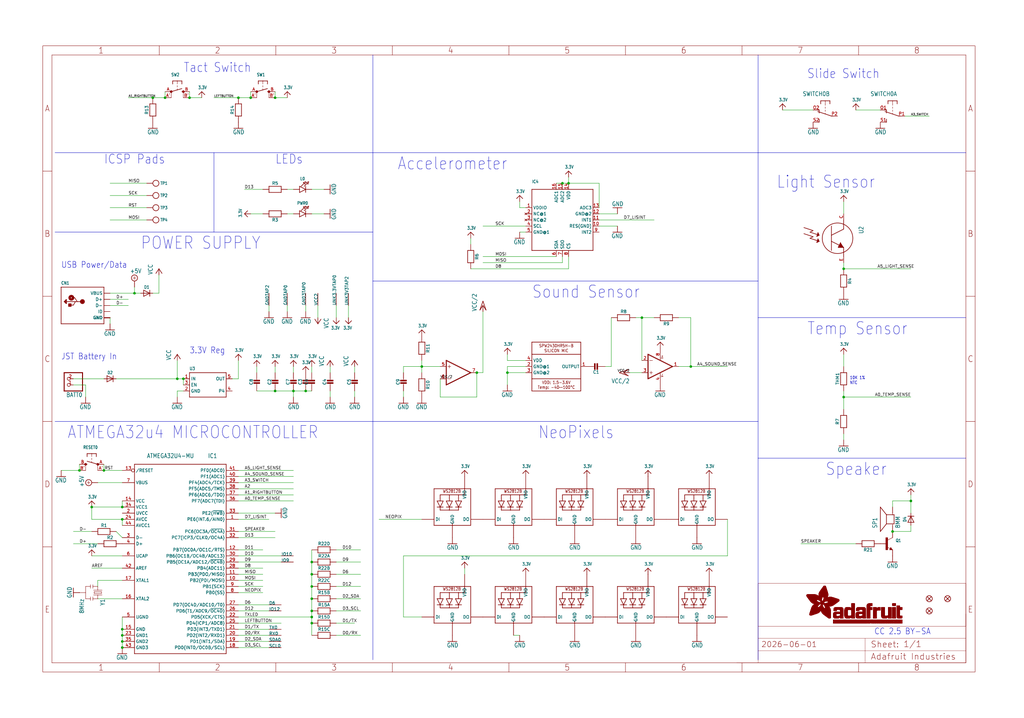
<source format=kicad_sch>
(kicad_sch (version 20231120) (generator "eeschema") (generator_version "8.0")
  (paper "User" 425.45 298.602)
  (lib_symbols
    (symbol "Adafruit Circuit Playground (1)-eagle-import:SparkFun_RESONATORSMD"
      (property "Reference" "Y" (at 2.54 1.016 0))
      (symbol "SparkFun_RESONATORSMD_1_0"
        (pin passive line (at -2.54 0 0) (length 0) (name "1") (number "1"))
        (pin passive line (at 0 -7.62 90) (length 0) (name "2") (number "2"))
        (pin passive line (at 2.54 0 180) (length 0) (name "3") (number "3"))
      )
    )
    (symbol "Adafruit Circuit Playground (1)-eagle-import:adafruit_DPDT-EG1390"
      (property "Reference" "SW" (at -8.255 -1.905 90))
      (symbol "adafruit_DPDT-EG1390_1_0"
        (pin passive line (at -2.54 5.08 270) (length 2.54) (name "O") (number "O1"))
        (pin passive line (at 0 -5.08 90) (length 2.54) (name "P") (number "P1"))
        (pin passive line (at 2.54 5.08 270) (length 2.54) (name "S") (number "S1"))
      )
      (symbol "adafruit_DPDT-EG1390_2_0"
        (pin passive line (at -2.54 5.08 270) (length 2.54) (name "O") (number "O2"))
        (pin passive line (at 0 -5.08 90) (length 2.54) (name "P") (number "P2"))
        (pin passive line (at 2.54 5.08 270) (length 2.54) (name "S") (number "S2"))
      )
    )
    (symbol "Adafruit Circuit Playground (1)-eagle-import:linear_LMV358?MM"
      (symbol "linear_LMV358?MM_1_0"
        (pin output line (at 7.62 0 180) (length 2.54) (name "OUT") (number "1"))
        (pin input line (at -7.62 -2.54 0) (length 2.54) (name "-IN") (number "2"))
        (pin input line (at -7.62 2.54 0) (length 2.54) (name "+IN") (number "3"))
      )
      (symbol "linear_LMV358?MM_2_0"
        (pin input line (at -7.62 2.54 0) (length 2.54) (name "+IN") (number "5"))
        (pin input line (at -7.62 -2.54 0) (length 2.54) (name "-IN") (number "6"))
        (pin output line (at 7.62 0 180) (length 2.54) (name "OUT") (number "7"))
      )
      (symbol "linear_LMV358?MM_3_0"
        (text "V+" (at 1.27 3.175 900) (effects (font (size 0.8128 0.6908)) (justify left bottom)))
        (text "V-" (at 1.27 -4.445 900) (effects (font (size 0.8128 0.6908)) (justify left bottom)))
        (pin power_in line (at 0 -7.62 90) (length 5.08) (name "V-") (number "4"))
        (pin power_in line (at 0 7.62 270) (length 5.08) (name "V+") (number "8"))
      )
    )
    (symbol "Adafruit Circuit Playground (1)-eagle-import:microbuilder_3.3V" (power)
      (symbol "microbuilder_3.3V_1_0"
        (pin power_in line (at 0 -2.54 90) (length 2.54) (name "3.3V") (number "1"))
      )
    )
    (symbol "Adafruit Circuit Playground (1)-eagle-import:microbuilder_ACCEL_LIS3DHTR"
      (property "Reference" "U" (at -12.7 15.24 0))
      (symbol "microbuilder_ACCEL_LIS3DHTR_1_0"
        (pin power_in line (at -15.24 5.08 0) (length 2.54) (name "VDDIO") (number "1"))
        (pin bidirectional line (at 15.24 -2.54 180) (length 2.54) (name "RES(GND)") (number "10"))
        (pin output line (at 15.24 0 180) (length 2.54) (name "INT1") (number "11"))
        (pin power_in line (at 15.24 2.54 180) (length 2.54) (name "GND@2") (number "12"))
        (pin input line (at 15.24 5.08 180) (length 2.54) (name "ADC3") (number "13"))
        (pin power_in line (at 2.54 15.24 270) (length 2.54) (name "VDD") (number "14"))
        (pin input line (at 0 15.24 270) (length 2.54) (name "ADC2") (number "15"))
        (pin input line (at -2.54 15.24 270) (length 2.54) (name "ADC1") (number "16"))
        (pin no_connect line (at -15.24 2.54 0) (length 2.54) (name "NC@1") (number "2"))
        (pin no_connect line (at -15.24 0 0) (length 2.54) (name "NC@2") (number "3"))
        (pin bidirectional line (at -15.24 -2.54 0) (length 2.54) (name "SCL") (number "4"))
        (pin power_in line (at -15.24 -5.08 0) (length 2.54) (name "GND@1") (number "5"))
        (pin bidirectional line (at -2.54 -15.24 90) (length 2.54) (name "SDA") (number "6"))
        (pin bidirectional line (at 0 -15.24 90) (length 2.54) (name "SDO") (number "7"))
        (pin input line (at 2.54 -15.24 90) (length 2.54) (name "CS") (number "8"))
        (pin output line (at 15.24 -5.08 180) (length 2.54) (name "INT2") (number "9"))
      )
    )
    (symbol "Adafruit Circuit Playground (1)-eagle-import:microbuilder_ATMEGA32U4-MU"
      (property "Reference" "IC" (at -17.78 -38.1 0))
      (symbol "microbuilder_ATMEGA32U4-MU_1_0"
        (pin bidirectional line (at 25.4 22.86 180) (length 5.08) (name "PE6(INT.6/AIN0)") (number "1"))
        (pin bidirectional line (at 25.4 -2.54 180) (length 5.08) (name "PB2(PDI/MOSI)") (number "10"))
        (pin bidirectional line (at 25.4 0 180) (length 5.08) (name "PB3(PDO/MISO)") (number "11"))
        (pin bidirectional line (at 25.4 10.16 180) (length 5.08) (name "PB7(OC0A/OC1C/RTS)") (number "12"))
        (pin bidirectional inverted (at -22.86 43.18 0) (length 5.08) (name "/RESET") (number "13"))
        (pin bidirectional line (at -22.86 30.48 0) (length 5.08) (name "VCC") (number "14"))
        (pin bidirectional line (at -22.86 -22.86 0) (length 5.08) (name "GND") (number "15"))
        (pin bidirectional line (at -22.86 -10.16 0) (length 5.08) (name "XTAL2") (number "16"))
        (pin bidirectional line (at -22.86 -2.54 0) (length 5.08) (name "XTAL1") (number "17"))
        (pin bidirectional line (at 25.4 -30.48 180) (length 5.08) (name "PD0(INT0/OC0B/SCL)") (number "18"))
        (pin bidirectional line (at 25.4 -27.94 180) (length 5.08) (name "PD1(INT1/SDA)") (number "19"))
        (pin bidirectional line (at -22.86 25.4 0) (length 5.08) (name "UVCC") (number "2"))
        (pin bidirectional line (at 25.4 -25.4 180) (length 5.08) (name "PD2(INT2/RXD1)") (number "20"))
        (pin bidirectional line (at 25.4 -22.86 180) (length 5.08) (name "PD3(INT3/TXD1)") (number "21"))
        (pin bidirectional line (at 25.4 -17.78 180) (length 5.08) (name "PD5(XCK/CTS)") (number "22"))
        (pin bidirectional line (at -22.86 -25.4 0) (length 5.08) (name "GND1") (number "23"))
        (pin bidirectional line (at -22.86 22.86 0) (length 5.08) (name "AVCC") (number "24"))
        (pin bidirectional line (at 25.4 -20.32 180) (length 5.08) (name "PD4(ICP1/ADC8)") (number "25"))
        (pin bidirectional line (at 25.4 -15.24 180) (length 5.08) (name "PD6(T1/ADC9/~{OC4D})") (number "26"))
        (pin bidirectional line (at 25.4 -12.7 180) (length 5.08) (name "PD7(OC4D/ADC10/T0)") (number "27"))
        (pin bidirectional line (at 25.4 2.54 180) (length 5.08) (name "PB4(ADC11)") (number "28"))
        (pin bidirectional line (at 25.4 5.08 180) (length 5.08) (name "PB5(OC1A/ADC12/~{OC4B})") (number "29"))
        (pin bidirectional line (at -22.86 15.24 0) (length 5.08) (name "D-") (number "3"))
        (pin bidirectional line (at 25.4 7.62 180) (length 5.08) (name "PB6(OC1B/OC4B/ADC13)") (number "30"))
        (pin bidirectional line (at 25.4 17.78 180) (length 5.08) (name "PC6(OC3A/~{OC4A})") (number "31"))
        (pin bidirectional line (at 25.4 15.24 180) (length 5.08) (name "PC7(ICP3/CLK0/OC4A)") (number "32"))
        (pin bidirectional line (at 25.4 25.4 180) (length 5.08) (name "PE2(~{HWB})") (number "33"))
        (pin bidirectional line (at -22.86 27.94 0) (length 5.08) (name "VCC1") (number "34"))
        (pin bidirectional line (at -22.86 -27.94 0) (length 5.08) (name "GND2") (number "35"))
        (pin bidirectional line (at 25.4 30.48 180) (length 5.08) (name "PF7(ADC7(TDI)") (number "36"))
        (pin bidirectional line (at 25.4 33.02 180) (length 5.08) (name "PF6(ADC6/TDO)") (number "37"))
        (pin bidirectional line (at 25.4 35.56 180) (length 5.08) (name "PF5(ADC5/TMS)") (number "38"))
        (pin bidirectional line (at 25.4 38.1 180) (length 5.08) (name "PF4(ADC4/TCK)") (number "39"))
        (pin bidirectional line (at -22.86 12.7 0) (length 5.08) (name "D+") (number "4"))
        (pin bidirectional line (at 25.4 40.64 180) (length 5.08) (name "PF1(ADC1)") (number "40"))
        (pin bidirectional line (at 25.4 43.18 180) (length 5.08) (name "PF0(ADC0)") (number "41"))
        (pin bidirectional line (at -22.86 2.54 0) (length 5.08) (name "AREF") (number "42"))
        (pin bidirectional line (at -22.86 -30.48 0) (length 5.08) (name "GND3") (number "43"))
        (pin bidirectional line (at -22.86 20.32 0) (length 5.08) (name "AVCC1") (number "44"))
        (pin bidirectional line (at -22.86 -17.78 0) (length 5.08) (name "UGND") (number "5"))
        (pin bidirectional line (at -22.86 7.62 0) (length 5.08) (name "UCAP") (number "6"))
        (pin bidirectional line (at -22.86 38.1 0) (length 5.08) (name "VBUS") (number "7"))
        (pin bidirectional line (at 25.4 -7.62 180) (length 5.08) (name "PB0(SS)") (number "8"))
        (pin bidirectional line (at 25.4 -5.08 180) (length 5.08) (name "PB1(SCK)") (number "9"))
      )
    )
    (symbol "Adafruit Circuit Playground (1)-eagle-import:microbuilder_CAP_CERAMIC0603_NO"
      (property "Reference" "C" (at -2.29 1.25 90))
      (symbol "microbuilder_CAP_CERAMIC0603_NO_1_0"
        (pin passive line (at 0 5.08 270) (length 2.54) (name "1") (number "1"))
        (pin passive line (at 0 -2.54 90) (length 2.54) (name "2") (number "2"))
      )
    )
    (symbol "Adafruit Circuit Playground (1)-eagle-import:microbuilder_CAP_CERAMIC0805-NOOUTLINE"
      (property "Reference" "C" (at -2.29 1.25 90))
      (symbol "microbuilder_CAP_CERAMIC0805-NOOUTLINE_1_0"
        (pin passive line (at 0 5.08 270) (length 2.54) (name "1") (number "1"))
        (pin passive line (at 0 -2.54 90) (length 2.54) (name "2") (number "2"))
      )
    )
    (symbol "Adafruit Circuit Playground (1)-eagle-import:microbuilder_CON_JST_PH_2PIN"
      (property "Reference" "X" (at -6.35 5.715 0))
      (symbol "microbuilder_CON_JST_PH_2PIN_1_0"
        (pin passive inverted (at -2.54 2.54 0) (length 2.54) (name "1") (number "1"))
        (pin passive inverted (at -2.54 0 0) (length 2.54) (name "2") (number "2"))
      )
    )
    (symbol "Adafruit Circuit Playground (1)-eagle-import:microbuilder_DIODESOD-123"
      (property "Reference" "D" (at 0 2.54 0))
      (symbol "microbuilder_DIODESOD-123_1_0"
        (pin passive line (at -2.54 0 0) (length 2.54) (name "A") (number "A"))
        (pin passive line (at 2.54 0 180) (length 2.54) (name "C") (number "C"))
      )
    )
    (symbol "Adafruit Circuit Playground (1)-eagle-import:microbuilder_DIODESOD-323"
      (property "Reference" "D" (at 0 2.54 0))
      (symbol "microbuilder_DIODESOD-323_1_0"
        (pin passive line (at -2.54 0 0) (length 2.54) (name "A") (number "A"))
        (pin passive line (at 2.54 0 180) (length 2.54) (name "C") (number "C"))
      )
    )
    (symbol "Adafruit Circuit Playground (1)-eagle-import:microbuilder_FIDUCIAL{dblquote}{dblquote}")
    (symbol "Adafruit Circuit Playground (1)-eagle-import:microbuilder_FRAME_A3_ADAFRUIT"
      (symbol "microbuilder_FRAME_A3_ADAFRUIT_1_0"
        (text "${#}/${##}" (at 357.505 10.16 0) (effects (font (size 2.54 2.54)) (justify left bottom)))
        (text "${CURRENT_DATE}" (at 298.45 10.16 0) (effects (font (size 2.286 2.286)) (justify left bottom)))
        (text "${PROJECTNAME}" (at 298.45 15.24 0) (effects (font (size 2.54 2.54)) (justify left bottom)))
        (text "1" (at 24.2094 1.905 0) (effects (font (size 2.54 2.286))))
        (text "1" (at 24.2094 258.445 0) (effects (font (size 2.54 2.286))))
        (text "2" (at 72.6281 1.905 0) (effects (font (size 2.54 2.286))))
        (text "2" (at 72.6281 258.445 0) (effects (font (size 2.54 2.286))))
        (text "3" (at 121.0469 1.905 0) (effects (font (size 2.54 2.286))))
        (text "3" (at 121.0469 258.445 0) (effects (font (size 2.54 2.286))))
        (text "4" (at 169.4656 1.905 0) (effects (font (size 2.54 2.286))))
        (text "4" (at 169.4656 258.445 0) (effects (font (size 2.54 2.286))))
        (text "5" (at 217.8844 1.905 0) (effects (font (size 2.54 2.286))))
        (text "5" (at 217.8844 258.445 0) (effects (font (size 2.54 2.286))))
        (text "6" (at 266.3031 1.905 0) (effects (font (size 2.54 2.286))))
        (text "6" (at 266.3031 258.445 0) (effects (font (size 2.54 2.286))))
        (text "7" (at 314.7219 1.905 0) (effects (font (size 2.54 2.286))))
        (text "7" (at 314.7219 258.445 0) (effects (font (size 2.54 2.286))))
        (text "8" (at 363.1406 1.905 0) (effects (font (size 2.54 2.286))))
        (text "8" (at 363.1406 258.445 0) (effects (font (size 2.54 2.286))))
        (text "A" (at 1.905 234.315 0) (effects (font (size 2.54 2.286))))
        (text "A" (at 385.445 234.315 0) (effects (font (size 2.54 2.286))))
        (text "Adafruit Industries" (at 343.916 4.953 0) (effects (font (size 2.54 2.54)) (justify left bottom)))
        (text "B" (at 1.905 182.245 0) (effects (font (size 2.54 2.286))))
        (text "B" (at 385.445 182.245 0) (effects (font (size 2.54 2.286))))
        (text "C" (at 1.905 130.175 0) (effects (font (size 2.54 2.286))))
        (text "C" (at 385.445 130.175 0) (effects (font (size 2.54 2.286))))
        (text "D" (at 1.905 78.105 0) (effects (font (size 2.54 2.286))))
        (text "D" (at 385.445 78.105 0) (effects (font (size 2.54 2.286))))
        (text "E" (at 1.905 26.035 0) (effects (font (size 2.54 2.286))))
        (text "E" (at 385.445 26.035 0) (effects (font (size 2.54 2.286))))
        (text "Sheet:" (at 343.916 10.033 0) (effects (font (size 2.54 2.54)) (justify left bottom)))
      )
    )
    (symbol "Adafruit Circuit Playground (1)-eagle-import:microbuilder_LED0805_NOOUTLINE"
      (property "Reference" "D" (at -1.27 4.445 0))
      (symbol "microbuilder_LED0805_NOOUTLINE_1_0"
        (pin passive line (at -5.08 0 0) (length 2.54) (name "A") (number "A"))
        (pin passive line (at 2.54 0 180) (length 2.54) (name "C") (number "C"))
      )
    )
    (symbol "Adafruit Circuit Playground (1)-eagle-import:microbuilder_LIGHT_ALS-PT19-315C"
      (property "Reference" "U" (at 8.89 5.08 90))
      (symbol "microbuilder_LIGHT_ALS-PT19-315C_1_0"
        (pin bidirectional line (at 2.54 10.16 270) (length 2.54) (name "C") (number "C"))
        (pin bidirectional line (at 2.54 -10.16 90) (length 2.54) (name "E") (number "E"))
      )
    )
    (symbol "Adafruit Circuit Playground (1)-eagle-import:microbuilder_RESISTOR_0402"
      (property "Reference" "R" (at 0 2.54 0))
      (symbol "microbuilder_RESISTOR_0402_1_0"
        (pin passive line (at -5.08 0 0) (length 2.54) (name "1") (number "1"))
        (pin passive line (at 5.08 0 180) (length 2.54) (name "2") (number "2"))
      )
    )
    (symbol "Adafruit Circuit Playground (1)-eagle-import:microbuilder_RESISTOR_0603_NOOUT"
      (property "Reference" "R" (at 0 2.54 0))
      (symbol "microbuilder_RESISTOR_0603_NOOUT_1_0"
        (pin passive line (at -5.08 0 0) (length 2.54) (name "1") (number "1"))
        (pin passive line (at 5.08 0 180) (length 2.54) (name "2") (number "2"))
      )
    )
    (symbol "Adafruit Circuit Playground (1)-eagle-import:microbuilder_RESISTOR_4PACK_NO"
      (property "Reference" "R" (at 0 2.54 0))
      (symbol "microbuilder_RESISTOR_4PACK_NO_1_0"
        (pin passive line (at -5.08 0 0) (length 2.54) (name "1") (number "1"))
        (pin passive line (at 5.08 0 180) (length 2.54) (name "2") (number "8"))
      )
      (symbol "microbuilder_RESISTOR_4PACK_NO_2_0"
        (pin passive line (at -5.08 0 0) (length 2.54) (name "1") (number "2"))
        (pin passive line (at 5.08 0 180) (length 2.54) (name "2") (number "7"))
      )
      (symbol "microbuilder_RESISTOR_4PACK_NO_3_0"
        (pin passive line (at -5.08 0 0) (length 2.54) (name "1") (number "3"))
        (pin passive line (at 5.08 0 180) (length 2.54) (name "2") (number "6"))
      )
      (symbol "microbuilder_RESISTOR_4PACK_NO_4_0"
        (pin passive line (at -5.08 0 0) (length 2.54) (name "1") (number "4"))
        (pin passive line (at 5.08 0 180) (length 2.54) (name "2") (number "5"))
      )
    )
    (symbol "Adafruit Circuit Playground (1)-eagle-import:microbuilder_SEWTAP-ALLIGATOR"
      (property "Reference" "TP" (at 0 0 0))
      (symbol "microbuilder_SEWTAP-ALLIGATOR_1_0"
        (pin bidirectional line (at 0 0 0) (length 5.08) (name "SEW") (number "P$1"))
      )
    )
    (symbol "Adafruit Circuit Playground (1)-eagle-import:microbuilder_SPEAKER_BUZZER5MM"
      (property "Reference" "SP" (at -3.81 6.35 0))
      (symbol "microbuilder_SPEAKER_BUZZER5MM_1_0"
        (pin passive line (at -5.08 0 0) (length 2.54) (name "+") (number "+"))
        (pin passive line (at 5.08 0 180) (length 2.54) (name "-") (number "-"))
      )
    )
    (symbol "Adafruit Circuit Playground (1)-eagle-import:microbuilder_SPW2430HR5H-B"
      (symbol "microbuilder_SPW2430HR5H-B_1_0"
        (text "SPW2430HR5H-B\nSILICON MIC" (at 0 7.62 0) (effects (font (size 1.27 1.0795))))
        (text "VDD: 1.5-3.6V\nTemp: -40~~100°C" (at 0 -7.62 0) (effects (font (size 1.27 1.0795))))
        (pin output line (at 12.7 0 180) (length 2.54) (name "OUTPUT") (number "1"))
        (pin power_in line (at -12.7 0 0) (length 2.54) (name "GND@1") (number "2"))
        (pin power_in line (at -12.7 -2.54 0) (length 2.54) (name "GND@2") (number "3"))
        (pin power_in line (at -12.7 2.54 0) (length 2.54) (name "VDD") (number "4"))
      )
    )
    (symbol "Adafruit Circuit Playground (1)-eagle-import:microbuilder_SWITCH_TACT_SMT4.6X2.8"
      (property "Reference" "SW" (at -2.54 6.35 0))
      (symbol "microbuilder_SWITCH_TACT_SMT4.6X2.8_1_0"
        (pin passive line (at -5.08 0 0) (length 2.54) (name "P") (number "A"))
        (pin passive line (at -5.08 -2.54 0) (length 2.54) (name "P1") (number "A'"))
        (pin passive line (at 5.08 0 180) (length 2.54) (name "S") (number "B"))
        (pin passive line (at 5.08 -2.54 180) (length 2.54) (name "S1") (number "B'"))
      )
    )
    (symbol "Adafruit Circuit Playground (1)-eagle-import:microbuilder_SWITCH_TACT_SMT_EVQQ2_SMALL"
      (property "Reference" "SW" (at -2.54 6.35 0))
      (symbol "microbuilder_SWITCH_TACT_SMT_EVQQ2_SMALL_1_0"
        (pin passive line (at -5.08 0 0) (length 2.54) (name "P") (number "A"))
        (pin passive line (at -5.08 -2.54 0) (length 2.54) (name "P1") (number "A'"))
        (pin passive line (at 5.08 0 180) (length 2.54) (name "S") (number "B"))
        (pin passive line (at 5.08 -2.54 180) (length 2.54) (name "S1") (number "B'"))
      )
    )
    (symbol "Adafruit Circuit Playground (1)-eagle-import:microbuilder_TESTPOINTROUND1.5MM"
      (property "Reference" "TP" (at 0 5.588 90))
      (symbol "microbuilder_TESTPOINTROUND1.5MM_1_0"
        (pin bidirectional line (at 0 0 90) (length 2.54) (name "P$1") (number "P$1"))
      )
    )
    (symbol "Adafruit Circuit Playground (1)-eagle-import:microbuilder_TRANSISTOR_NPNWIDE"
      (property "Reference" "Q" (at 1.27 0.635 0))
      (symbol "microbuilder_TRANSISTOR_NPNWIDE_1_0"
        (pin passive line (at -5.08 0 0) (length 2.54) (name "B") (number "1"))
        (pin passive line (at 0 -5.08 90) (length 2.54) (name "E") (number "2"))
        (pin passive line (at 0 5.08 270) (length 2.54) (name "C") (number "3"))
      )
    )
    (symbol "Adafruit Circuit Playground (1)-eagle-import:microbuilder_USB_MICRO_20329_V2"
      (property "Reference" "X" (at -10.16 8.636 0))
      (symbol "microbuilder_USB_MICRO_20329_V2_1_0"
        (pin power_in line (at 10.16 -5.08 180) (length 2.54) (name "GND") (number "BASE@1"))
        (pin power_in line (at 10.16 -5.08 180) (length 2.54) (name "GND") (number "BASE@2"))
        (pin bidirectional line (at 10.16 2.54 180) (length 2.54) (name "D+") (number "D+"))
        (pin bidirectional line (at 10.16 0 180) (length 2.54) (name "D-") (number "D-"))
        (pin power_in line (at 10.16 -5.08 180) (length 2.54) (name "GND") (number "GND"))
        (pin bidirectional line (at 10.16 -2.54 180) (length 2.54) (name "ID") (number "ID"))
        (pin power_in line (at 10.16 -5.08 180) (length 2.54) (name "GND") (number "SPRT@1"))
        (pin power_in line (at 10.16 -5.08 180) (length 2.54) (name "GND") (number "SPRT@2"))
        (pin power_in line (at 10.16 -5.08 180) (length 2.54) (name "GND") (number "SPRT@3"))
        (pin power_in line (at 10.16 -5.08 180) (length 2.54) (name "GND") (number "SPRT@4"))
        (pin power_in line (at 10.16 5.08 180) (length 2.54) (name "VBUS") (number "VBUS"))
      )
    )
    (symbol "Adafruit Circuit Playground (1)-eagle-import:microbuilder_VREG_SOT23-5"
      (property "Reference" "U" (at -7.62 6.096 0))
      (symbol "microbuilder_VREG_SOT23-5_1_0"
        (pin power_in line (at -10.16 2.54 0) (length 2.54) (name "IN") (number "1"))
        (pin power_in line (at -10.16 -2.54 0) (length 2.54) (name "GND") (number "2"))
        (pin input line (at -10.16 0 0) (length 2.54) (name "EN") (number "3"))
        (pin bidirectional line (at 10.16 -2.54 180) (length 2.54) (name "P4") (number "4"))
        (pin power_in line (at 10.16 2.54 180) (length 2.54) (name "OUT") (number "5"))
      )
    )
    (symbol "Adafruit Circuit Playground (1)-eagle-import:microbuilder_WS2812B3535"
      (symbol "microbuilder_WS2812B3535_1_0"
        (text "WS2812B" (at -4.064 8.382 0) (effects (font (size 1.27 1.0795)) (justify left bottom)))
        (pin input line (at -12.7 -2.54 0) (length 5.08) (name "DI") (number "1"))
        (pin power_in line (at 5.08 15.24 270) (length 5.08) (name "VDD") (number "2"))
        (pin output line (at 12.7 -2.54 180) (length 5.08) (name "DO") (number "3"))
        (pin power_in line (at 0 -10.16 90) (length 5.08) (name "GND") (number "4"))
      )
    )
    (symbol "Adafruit Circuit Playground (1)-eagle-import:supply1_GND" (power)
      (symbol "supply1_GND_1_0"
        (pin power_in line (at 0 2.54 270) (length 2.54) (name "GND") (number "1"))
      )
    )
    (symbol "Adafruit Circuit Playground (1)-eagle-import:supply1_VCC" (power)
      (symbol "supply1_VCC_1_0"
        (pin power_in line (at 0 -2.54 90) (length 2.54) (name "VCC") (number "1"))
      )
    )
    (symbol "Adafruit Circuit Playground (1)-eagle-import:supply1_VCC/2" (power)
      (symbol "supply1_VCC/2_1_0"
        (pin power_in line (at 0 -2.54 90) (length 2.54) (name "VCC/2") (number "1"))
      )
    )
    (symbol "Adafruit Circuit Playground (1)-eagle-import:supply2_+5V" (power)
      (symbol "supply2_+5V_1_0"
        (pin power_in line (at 0 -2.54 90) (length 2.54) (name "+5V") (number "1"))
      )
    )
  )
  (junction (at 129.54 254))
  (junction (at 63.5 40.64))
  (junction (at 114.3 162.56))
  (junction (at 129.54 259.08))
  (junction (at 50.8 266.7))
  (junction (at 33.02 195.58))
  (junction (at 55.88 121.92))
  (junction (at 127 162.56))
  (junction (at 99.06 40.64))
  (junction (at 50.8 261.62))
  (junction (at 68.58 40.64))
  (junction (at 73.66 157.48))
  (junction (at 129.54 238.76))
  (junction (at 50.8 269.24))
  (junction (at 370.84 220.98))
  (junction (at 287.02 152.4))
  (junction (at 198.12 154.94))
  (junction (at 175.26 152.4))
  (junction (at 266.7 132.08))
  (junction (at 78.74 40.64))
  (junction (at 233.68 76.2))
  (junction (at 114.3 40.64))
  (junction (at 50.8 215.9))
  (junction (at 104.14 40.64))
  (junction (at 210.82 154.94))
  (junction (at 129.54 233.68))
  (junction (at 50.8 264.16))
  (junction (at 350.52 165.1))
  (junction (at 378.46 208.28))
  (junction (at 129.54 243.84))
  (junction (at 121.92 162.56))
  (junction (at 43.18 195.58))
  (junction (at 38.1 210.82))
  (junction (at 129.54 256.54))
  (junction (at 50.8 210.82))
  (junction (at 76.2 157.48))
  (junction (at 129.54 248.92))
  (junction (at 236.22 76.2))
  (junction (at 350.52 111.76))
  (wire (pts (xy 370.84 220.98) (xy 378.46 220.98)) (stroke (width 0.1524)))
  (wire (pts (xy 50.8 256.54) (xy 50.8 261.62)) (stroke (width 0.1524)))
  (wire (pts (xy 213.36 264.16) (xy 215.9 264.16)) (stroke (width 0.1524)))
  (wire (pts (xy 73.66 162.56) (xy 73.66 165.1)) (stroke (width 0.1524)))
  (wire (pts (xy 50.8 264.16) (xy 50.8 266.7)) (stroke (width 0.1524)))
  (wire (pts (xy 121.92 165.1) (xy 121.92 162.56)) (stroke (width 0.1524)))
  (wire (pts (xy 50.8 248.92) (xy 40.64 248.92)) (stroke (width 0.1524)))
  (wire (pts (xy 43.18 193.04) (xy 43.18 195.58)) (stroke (width 0.1524)))
  (wire (pts (xy 99.06 254) (xy 111.76 254)) (stroke (width 0.1524)))
  (wire (pts (xy 215.9 96.52) (xy 218.44 96.52)) (stroke (width 0.1524)))
  (polyline (pts (xy 314.96 190.5) (xy 401.32 190.5)) (stroke (width 0.1524) (type solid)))
  (wire (pts (xy 60.96 76.2) (xy 45.72 76.2)) (stroke (width 0.1524)))
  (wire (pts (xy 236.22 76.2) (xy 233.68 76.2)) (stroke (width 0.1524)))
  (wire (pts (xy 99.06 243.84) (xy 109.22 243.84)) (stroke (width 0.1524)))
  (wire (pts (xy 195.58 101.6) (xy 195.58 99.06)) (stroke (width 0.1524)))
  (wire (pts (xy 78.74 40.64) (xy 83.82 40.64)) (stroke (width 0.1524)))
  (wire (pts (xy 139.7 238.76) (xy 149.86 238.76)) (stroke (width 0.1524)))
  (wire (pts (xy 68.58 38.1) (xy 68.58 40.64)) (stroke (width 0.1524)))
  (wire (pts (xy 35.56 160.02) (xy 35.56 165.1)) (stroke (width 0.1524)))
  (polyline (pts (xy 154.94 63.5) (xy 314.96 63.5)) (stroke (width 0.1524) (type solid)))
  (wire (pts (xy 193.04 238.76) (xy 193.04 236.22)) (stroke (width 0.1524)))
  (wire (pts (xy 99.06 157.48) (xy 96.52 157.48)) (stroke (width 0.1524)))
  (wire (pts (xy 106.68 152.4) (xy 106.68 154.94)) (stroke (width 0.1524)))
  (polyline (pts (xy 314.96 63.5) (xy 401.32 63.5)) (stroke (width 0.1524) (type solid)))
  (wire (pts (xy 99.06 203.2) (xy 121.92 203.2)) (stroke (width 0.1524)))
  (wire (pts (xy 370.84 210.82) (xy 370.84 208.28)) (stroke (width 0.1524)))
  (wire (pts (xy 147.32 154.94) (xy 147.32 152.4)) (stroke (width 0.1524)))
  (wire (pts (xy 127 129.54) (xy 127 127)) (stroke (width 0.1524)))
  (polyline (pts (xy 88.9 63.5) (xy 88.9 96.52)) (stroke (width 0.1524) (type solid)))
  (wire (pts (xy 66.04 121.92) (xy 66.04 114.3)) (stroke (width 0.1524)))
  (wire (pts (xy 233.68 109.22) (xy 233.68 106.68)) (stroke (width 0.1524)))
  (polyline (pts (xy 154.94 175.26) (xy 154.94 274.32)) (stroke (width 0.1524) (type solid)))
  (wire (pts (xy 350.52 111.76) (xy 378.46 111.76)) (stroke (width 0.1524)))
  (wire (pts (xy 99.06 238.76) (xy 109.22 238.76)) (stroke (width 0.1524)))
  (wire (pts (xy 55.88 119.38) (xy 55.88 121.92)) (stroke (width 0.1524)))
  (wire (pts (xy 45.72 121.92) (xy 55.88 121.92)) (stroke (width 0.1524)))
  (wire (pts (xy 175.26 215.9) (xy 157.48 215.9)) (stroke (width 0.1524)))
  (wire (pts (xy 233.68 109.22) (xy 200.66 109.22)) (stroke (width 0.1524)))
  (wire (pts (xy 139.7 243.84) (xy 149.86 243.84)) (stroke (width 0.1524)))
  (wire (pts (xy 63.5 121.92) (xy 66.04 121.92)) (stroke (width 0.1524)))
  (wire (pts (xy 45.72 124.46) (xy 53.34 124.46)) (stroke (width 0.1524)))
  (wire (pts (xy 114.3 162.56) (xy 106.68 162.56)) (stroke (width 0.1524)))
  (wire (pts (xy 236.22 106.68) (xy 236.22 111.76)) (stroke (width 0.1524)))
  (wire (pts (xy 114.3 152.4) (xy 114.3 154.94)) (stroke (width 0.1524)))
  (wire (pts (xy 73.66 157.48) (xy 73.66 149.86)) (stroke (width 0.1524)))
  (wire (pts (xy 134.62 88.9) (xy 129.54 88.9)) (stroke (width 0.1524)))
  (wire (pts (xy 350.52 170.18) (xy 350.52 165.1)) (stroke (width 0.1524)))
  (wire (pts (xy 129.54 78.74) (xy 134.62 78.74)) (stroke (width 0.1524)))
  (wire (pts (xy 215.9 86.36) (xy 215.9 83.82)) (stroke (width 0.1524)))
  (wire (pts (xy 104.14 38.1) (xy 104.14 40.64)) (stroke (width 0.1524)))
  (wire (pts (xy 40.64 241.3) (xy 40.64 243.84)) (stroke (width 0.1524)))
  (wire (pts (xy 38.1 215.9) (xy 38.1 210.82)) (stroke (width 0.1524)))
  (wire (pts (xy 114.3 38.1) (xy 114.3 40.64)) (stroke (width 0.1524)))
  (wire (pts (xy 129.54 256.54) (xy 129.54 259.08)) (stroke (width 0.1524)))
  (wire (pts (xy 129.54 243.84) (xy 129.54 248.92)) (stroke (width 0.1524)))
  (wire (pts (xy 60.96 86.36) (xy 45.72 86.36)) (stroke (width 0.1524)))
  (wire (pts (xy 25.4 195.58) (xy 33.02 195.58)) (stroke (width 0.1524)))
  (wire (pts (xy 175.26 149.86) (xy 175.26 152.4)) (stroke (width 0.1524)))
  (wire (pts (xy 78.74 38.1) (xy 78.74 40.64)) (stroke (width 0.1524)))
  (wire (pts (xy 99.06 233.68) (xy 116.84 233.68)) (stroke (width 0.1524)))
  (wire (pts (xy 210.82 149.86) (xy 210.82 147.32)) (stroke (width 0.1524)))
  (wire (pts (xy 350.52 182.88) (xy 350.52 180.34)) (stroke (width 0.1524)))
  (wire (pts (xy 119.38 129.54) (xy 119.38 127)) (stroke (width 0.1524)))
  (wire (pts (xy 48.26 220.98) (xy 50.8 223.52)) (stroke (width 0.1524)))
  (wire (pts (xy 167.64 256.54) (xy 167.64 231.14)) (stroke (width 0.1524)))
  (wire (pts (xy 236.22 73.66) (xy 236.22 76.2)) (stroke (width 0.1524)))
  (wire (pts (xy 99.06 269.24) (xy 111.76 269.24)) (stroke (width 0.1524)))
  (polyline (pts (xy 22.86 96.52) (xy 88.9 96.52)) (stroke (width 0.1524) (type solid)))
  (wire (pts (xy 139.7 132.08) (xy 139.7 127)) (stroke (width 0.1524)))
  (wire (pts (xy 104.14 40.64) (xy 99.06 40.64)) (stroke (width 0.1524)))
  (wire (pts (xy 355.6 45.72) (xy 365.76 45.72)) (stroke (width 0.1524)))
  (wire (pts (xy 370.84 208.28) (xy 378.46 208.28)) (stroke (width 0.1524)))
  (wire (pts (xy 175.26 152.4) (xy 167.64 152.4)) (stroke (width 0.1524)))
  (wire (pts (xy 99.06 259.08) (xy 116.84 259.08)) (stroke (width 0.1524)))
  (wire (pts (xy 99.06 236.22) (xy 109.22 236.22)) (stroke (width 0.1524)))
  (wire (pts (xy 251.46 152.4) (xy 254 152.4)) (stroke (width 0.1524)))
  (wire (pts (xy 137.16 162.56) (xy 137.16 165.1)) (stroke (width 0.1524)))
  (wire (pts (xy 137.16 152.4) (xy 137.16 154.94)) (stroke (width 0.1524)))
  (wire (pts (xy 129.54 162.56) (xy 127 162.56)) (stroke (width 0.1524)))
  (wire (pts (xy 30.48 157.48) (xy 43.18 157.48)) (stroke (width 0.1524)))
  (wire (pts (xy 121.92 162.56) (xy 114.3 162.56)) (stroke (width 0.1524)))
  (polyline (pts (xy 22.86 175.26) (xy 154.94 175.26)) (stroke (width 0.1524) (type solid)))
  (wire (pts (xy 50.8 215.9) (xy 38.1 215.9)) (stroke (width 0.1524)))
  (polyline (pts (xy 314.96 132.08) (xy 314.96 175.26)) (stroke (width 0.1524) (type solid)))
  (wire (pts (xy 139.7 228.6) (xy 149.86 228.6)) (stroke (width 0.1524)))
  (wire (pts (xy 129.54 248.92) (xy 129.54 254)) (stroke (width 0.1524)))
  (wire (pts (xy 248.92 88.9) (xy 256.54 88.9)) (stroke (width 0.1524)))
  (wire (pts (xy 45.72 132.08) (xy 45.72 134.62)) (stroke (width 0.1524)))
  (wire (pts (xy 129.54 238.76) (xy 129.54 243.84)) (stroke (width 0.1524)))
  (wire (pts (xy 182.88 165.1) (xy 198.12 165.1)) (stroke (width 0.1524)))
  (wire (pts (xy 147.32 162.56) (xy 147.32 165.1)) (stroke (width 0.1524)))
  (wire (pts (xy 210.82 154.94) (xy 210.82 160.02)) (stroke (width 0.1524)))
  (polyline (pts (xy 22.86 63.5) (xy 88.9 63.5)) (stroke (width 0.1524) (type solid)))
  (wire (pts (xy 218.44 152.4) (xy 210.82 152.4)) (stroke (width 0.1524)))
  (wire (pts (xy 38.1 236.22) (xy 50.8 236.22)) (stroke (width 0.1524)))
  (wire (pts (xy 167.64 165.1) (xy 167.64 162.56)) (stroke (width 0.1524)))
  (wire (pts (xy 248.92 76.2) (xy 236.22 76.2)) (stroke (width 0.1524)))
  (wire (pts (xy 99.06 223.52) (xy 114.3 223.52)) (stroke (width 0.1524)))
  (wire (pts (xy 233.68 76.2) (xy 231.14 76.2)) (stroke (width 0.1524)))
  (wire (pts (xy 139.7 233.68) (xy 149.86 233.68)) (stroke (width 0.1524)))
  (wire (pts (xy 248.92 93.98) (xy 256.54 93.98)) (stroke (width 0.1524)))
  (wire (pts (xy 99.06 208.28) (xy 121.92 208.28)) (stroke (width 0.1524)))
  (wire (pts (xy 129.54 254) (xy 129.54 256.54)) (stroke (width 0.1524)))
  (wire (pts (xy 218.44 149.86) (xy 210.82 149.86)) (stroke (width 0.1524)))
  (wire (pts (xy 50.8 266.7) (xy 50.8 269.24)) (stroke (width 0.1524)))
  (wire (pts (xy 261.62 154.94) (xy 266.7 154.94)) (stroke (width 0.1524)))
  (wire (pts (xy 218.44 154.94) (xy 210.82 154.94)) (stroke (width 0.1524)))
  (polyline (pts (xy 154.94 116.84) (xy 154.94 175.26)) (stroke (width 0.1524) (type solid)))
  (wire (pts (xy 231.14 106.68) (xy 200.66 106.68)) (stroke (width 0.1524)))
  (polyline (pts (xy 88.9 96.52) (xy 154.94 96.52)) (stroke (width 0.1524) (type solid)))
  (polyline (pts (xy 314.96 63.5) (xy 314.96 116.84)) (stroke (width 0.1524) (type solid)))
  (wire (pts (xy 129.54 259.08) (xy 129.54 264.16)) (stroke (width 0.1524)))
  (wire (pts (xy 175.26 256.54) (xy 167.64 256.54)) (stroke (width 0.1524)))
  (polyline (pts (xy 314.96 190.5) (xy 314.96 274.32)) (stroke (width 0.1524) (type solid)))
  (wire (pts (xy 132.08 127) (xy 132.08 132.08)) (stroke (width 0.1524)))
  (wire (pts (xy 167.64 152.4) (xy 167.64 154.94)) (stroke (width 0.1524)))
  (wire (pts (xy 40.64 241.3) (xy 50.8 241.3)) (stroke (width 0.1524)))
  (wire (pts (xy 99.06 266.7) (xy 111.76 266.7)) (stroke (width 0.1524)))
  (wire (pts (xy 144.78 132.08) (xy 144.78 127)) (stroke (width 0.1524)))
  (wire (pts (xy 266.7 149.86) (xy 266.7 132.08)) (stroke (width 0.1524)))
  (wire (pts (xy 139.7 248.92) (xy 149.86 248.92)) (stroke (width 0.1524)))
  (wire (pts (xy 38.1 210.82) (xy 50.8 210.82)) (stroke (width 0.1524)))
  (wire (pts (xy 30.48 160.02) (xy 35.56 160.02)) (stroke (width 0.1524)))
  (wire (pts (xy 378.46 213.36) (xy 378.46 208.28)) (stroke (width 0.1524)))
  (wire (pts (xy 109.22 78.74) (xy 101.6 78.74)) (stroke (width 0.1524)))
  (wire (pts (xy 175.26 152.4) (xy 175.26 154.94)) (stroke (width 0.1524)))
  (wire (pts (xy 350.52 111.76) (xy 350.52 109.22)) (stroke (width 0.1524)))
  (wire (pts (xy 195.58 111.76) (xy 236.22 111.76)) (stroke (width 0.1524)))
  (polyline (pts (xy 314.96 116.84) (xy 314.96 132.08)) (stroke (width 0.1524) (type solid)))
  (wire (pts (xy 325.12 45.72) (xy 337.82 45.72)) (stroke (width 0.1524)))
  (wire (pts (xy 30.48 226.06) (xy 40.64 226.06)) (stroke (width 0.1524)))
  (wire (pts (xy 58.42 121.92) (xy 55.88 121.92)) (stroke (width 0.1524)))
  (polyline (pts (xy 88.9 63.5) (xy 154.94 63.5)) (stroke (width 0.1524) (type solid)))
  (wire (pts (xy 99.06 246.38) (xy 109.22 246.38)) (stroke (width 0.1524)))
  (wire (pts (xy 33.02 193.04) (xy 33.02 195.58)) (stroke (width 0.1524)))
  (wire (pts (xy 50.8 210.82) (xy 50.8 208.28)) (stroke (width 0.1524)))
  (wire (pts (xy 182.88 157.48) (xy 182.88 165.1)) (stroke (width 0.1524)))
  (wire (pts (xy 121.92 152.4) (xy 121.92 154.94)) (stroke (width 0.1524)))
  (wire (pts (xy 48.26 157.48) (xy 73.66 157.48)) (stroke (width 0.1524)))
  (wire (pts (xy 200.66 154.94) (xy 200.66 129.54)) (stroke (width 0.1524)))
  (wire (pts (xy 99.06 205.74) (xy 121.92 205.74)) (stroke (width 0.1524)))
  (wire (pts (xy 99.06 149.86) (xy 99.06 157.48)) (stroke (width 0.1524)))
  (polyline (pts (xy 154.94 116.84) (xy 314.96 116.84)) (stroke (width 0.1524) (type solid)))
  (wire (pts (xy 99.06 220.98) (xy 114.3 220.98)) (stroke (width 0.1524)))
  (wire (pts (xy 60.96 81.28) (xy 45.72 81.28)) (stroke (width 0.1524)))
  (wire (pts (xy 378.46 208.28) (xy 378.46 205.74)) (stroke (width 0.1524)))
  (polyline (pts (xy 314.96 22.86) (xy 314.96 63.5)) (stroke (width 0.1524) (type solid)))
  (wire (pts (xy 99.06 256.54) (xy 129.54 256.54)) (stroke (width 0.1524)))
  (wire (pts (xy 218.44 86.36) (xy 215.9 86.36)) (stroke (width 0.1524)))
  (wire (pts (xy 350.52 88.9) (xy 350.52 83.82)) (stroke (width 0.1524)))
  (polyline (pts (xy 314.96 175.26) (xy 314.96 190.5)) (stroke (width 0.1524) (type solid)))
  (polyline (pts (xy 154.94 22.86) (xy 154.94 63.5)) (stroke (width 0.1524) (type solid)))
  (wire (pts (xy 198.12 165.1) (xy 198.12 154.94)) (stroke (width 0.1524)))
  (wire (pts (xy 119.38 78.74) (xy 121.92 78.74)) (stroke (width 0.1524)))
  (wire (pts (xy 99.06 231.14) (xy 116.84 231.14)) (stroke (width 0.1524)))
  (wire (pts (xy 281.94 132.08) (xy 287.02 132.08)) (stroke (width 0.1524)))
  (wire (pts (xy 287.02 152.4) (xy 281.94 152.4)) (stroke (width 0.1524)))
  (wire (pts (xy 73.66 162.56) (xy 76.2 162.56)) (stroke (width 0.1524)))
  (wire (pts (xy 50.8 218.44) (xy 50.8 215.9)) (stroke (width 0.1524)))
  (wire (pts (xy 99.06 264.16) (xy 111.76 264.16)) (stroke (width 0.1524)))
  (wire (pts (xy 119.38 88.9) (xy 121.92 88.9)) (stroke (width 0.1524)))
  (wire (pts (xy 350.52 165.1) (xy 350.52 162.56)) (stroke (width 0.1524)))
  (wire (pts (xy 139.7 259.08) (xy 147.32 259.08)) (stroke (width 0.1524)))
  (wire (pts (xy 129.54 228.6) (xy 129.54 233.68)) (stroke (width 0.1524)))
  (wire (pts (xy 139.7 264.16) (xy 149.86 264.16)) (stroke (width 0.1524)))
  (wire (pts (xy 45.72 127) (xy 53.34 127)) (stroke (width 0.1524)))
  (polyline (pts (xy 154.94 63.5) (xy 154.94 96.52)) (stroke (width 0.1524) (type solid)))
  (wire (pts (xy 266.7 132.08) (xy 271.78 132.08)) (stroke (width 0.1524)))
  (wire (pts (xy 99.06 40.64) (xy 88.9 40.64)) (stroke (width 0.1524)))
  (wire (pts (xy 50.8 200.66) (xy 40.64 200.66)) (stroke (width 0.1524)))
  (wire (pts (xy 287.02 152.4) (xy 302.26 152.4)) (stroke (width 0.1524)))
  (wire (pts (xy 114.3 213.36) (xy 99.06 213.36)) (stroke (width 0.1524)))
  (wire (pts (xy 63.5 40.64) (xy 53.34 40.64)) (stroke (width 0.1524)))
  (wire (pts (xy 129.54 152.4) (xy 129.54 154.94)) (stroke (width 0.1524)))
  (wire (pts (xy 50.8 261.62) (xy 50.8 264.16)) (stroke (width 0.1524)))
  (wire (pts (xy 139.7 254) (xy 149.86 254)) (stroke (width 0.1524)))
  (wire (pts (xy 99.06 215.9) (xy 111.76 215.9)) (stroke (width 0.1524)))
  (wire (pts (xy 50.8 195.58) (xy 43.18 195.58)) (stroke (width 0.1524)))
  (wire (pts (xy 76.2 160.02) (xy 76.2 157.48)) (stroke (width 0.1524)))
  (wire (pts (xy 114.3 40.64) (xy 119.38 40.64)) (stroke (width 0.1524)))
  (wire (pts (xy 254 132.08) (xy 254 152.4)) (stroke (width 0.1524)))
  (wire (pts (xy 50.8 231.14) (xy 38.1 231.14)) (stroke (width 0.1524)))
  (wire (pts (xy 99.06 261.62) (xy 111.76 261.62)) (stroke (width 0.1524)))
  (wire (pts (xy 129.54 233.68) (xy 129.54 238.76)) (stroke (width 0.1524)))
  (wire (pts (xy 99.06 228.6) (xy 109.22 228.6)) (stroke (width 0.1524)))
  (wire (pts (xy 175.26 152.4) (xy 182.88 152.4)) (stroke (width 0.1524)))
  (wire (pts (xy 210.82 152.4) (xy 210.82 154.94)) (stroke (width 0.1524)))
  (wire (pts (xy 248.92 91.44) (xy 271.78 91.44)) (stroke (width 0.1524)))
  (wire (pts (xy 99.06 198.12) (xy 121.92 198.12)) (stroke (width 0.1524)))
  (wire (pts (xy 111.76 251.46) (xy 99.06 251.46)) (stroke (width 0.1524)))
  (wire (pts (xy 121.92 200.66) (xy 99.06 200.66)) (stroke (width 0.1524)))
  (wire (pts (xy 287.02 132.08) (xy 287.02 152.4)) (stroke (width 0.1524)))
  (wire (pts (xy 378.46 220.98) (xy 378.46 218.44)) (stroke (width 0.1524)))
  (polyline (pts (xy 154.94 96.52) (xy 154.94 116.84)) (stroke (width 0.1524) (type solid)))
  (wire (pts (xy 99.06 195.58) (xy 121.92 195.58)) (stroke (width 0.1524)))
  (wire (pts (xy 375.92 48.26) (xy 386.08 48.26)) (stroke (width 0.1524)))
  (wire (pts (xy 30.48 220.98) (xy 38.1 220.98)) (stroke (width 0.1524)))
  (wire (pts (xy 45.72 91.44) (xy 60.96 91.44)) (stroke (width 0.1524)))
  (wire (pts (xy 218.44 93.98) (xy 200.66 93.98)) (stroke (width 0.1524)))
  (wire (pts (xy 355.6 226.06) (xy 332.74 226.06)) (stroke (width 0.1524)))
  (polyline (pts (xy 314.96 132.08) (xy 401.32 132.08)) (stroke (width 0.1524) (type solid)))
  (polyline (pts (xy 154.94 175.26) (xy 314.96 175.26)) (stroke (width 0.1524) (type solid)))
  (wire (pts (xy 109.22 88.9) (xy 104.14 88.9)) (stroke (width 0.1524)))
  (wire (pts (xy 167.64 231.14) (xy 302.26 231.14)) (stroke (width 0.1524)))
  (wire (pts (xy 127 162.56) (xy 121.92 162.56)) (stroke (width 0.1524)))
  (wire (pts (xy 99.06 241.3) (xy 109.22 241.3)) (stroke (width 0.1524)))
  (wire (pts (xy 248.92 86.36) (xy 248.92 76.2)) (stroke (width 0.1524)))
  (wire (pts (xy 68.58 40.64) (xy 63.5 40.64)) (stroke (width 0.1524)))
  (wire (pts (xy 350.52 147.32) (xy 350.52 152.4)) (stroke (width 0.1524)))
  (wire (pts (xy 350.52 165.1) (xy 378.46 165.1)) (stroke (width 0.1524)))
  (wire (pts (xy 264.16 132.08) (xy 266.7 132.08)) (stroke (width 0.1524)))
  (wire (pts (xy 198.12 154.94) (xy 200.66 154.94)) (stroke (width 0.1524)))
  (wire (pts (xy 73.66 157.48) (xy 76.2 157.48)) (stroke (width 0.1524)))
  (wire (pts (xy 111.76 129.54) (xy 111.76 127)) (stroke (width 0.1524)))
  (wire (pts (xy 302.26 231.14) (xy 302.26 215.9)) (stroke (width 0.1524)))
  (text "LEDs" (at 114.3 68.58 0) (effects (font (size 3.81 3.2385)) (justify left bottom)))
  (text "3.3V Reg" (at 78.74 147.32 0) (effects (font (size 2.54 2.159)) (justify left bottom)))
  (text "Speaker" (at 342.9 198.12 0) (effects (font (size 5.08 4.318)) (justify left bottom)))
  (text "Tact Switch" (at 76.2 30.48 0) (effects (font (size 3.81 3.2385)) (justify left bottom)))
  (text "Light Sensor" (at 322.58 78.74 0) (effects (font (size 5.08 4.318)) (justify left bottom)))
  (text "ICSP Pads" (at 43.18 68.58 0) (effects (font (size 3.81 3.2385)) (justify left bottom)))
  (text "Accelerometer" (at 165.1 71.12 0) (effects (font (size 5.08 4.318)) (justify left bottom)))
  (text "10K 1%\nNTC" (at 353.06 160.02 0) (effects (font (size 1.27 1.0795)) (justify left bottom)))
  (text "CC 2.5 BY-SA" (at 363.22 264.16 0) (effects (font (size 2.54 2.159)) (justify left bottom)))
  (text "ATMEGA32u4 MICROCONTROLLER" (at 27.94 182.88 0) (effects (font (size 5.08 4.318)) (justify left bottom)))
  (text "JST Battery In" (at 25.4 149.86 0) (effects (font (size 2.54 2.159)) (justify left bottom)))
  (text "USB Power/Data" (at 25.4 111.76 0) (effects (font (size 2.54 2.159)) (justify left bottom)))
  (text "Slide Switch" (at 335.28 33.02 0) (effects (font (size 3.81 3.2385)) (justify left bottom)))
  (text "NeoPixels" (at 223.52 182.88 0) (effects (font (size 5.08 4.318)) (justify left bottom)))
  (text "Sound Sensor" (at 220.98 124.46 0) (effects (font (size 5.08 4.318)) (justify left bottom)))
  (text "Temp Sensor" (at 335.28 139.7 0) (effects (font (size 5.08 4.318)) (justify left bottom)))
  (text "POWER SUPPLY" (at 58.42 104.14 0) (effects (font (size 5.08 4.318)) (justify left bottom)))
  (label "D6" (at 101.6 251.46 0) (effects (font (size 1.2446 1.2446))))
  (label "A5_LIGHT_SENSE" (at 364.49 111.76 0) (effects (font (size 1.2446 1.2446))))
  (label "D12" (at 142.24 243.84 0) (effects (font (size 1.2446 1.2446))))
  (label "D1/TX" (at 101.6 261.62 0) (effects (font (size 1.2446 1.2446))))
  (label "D0/RX" (at 142.24 264.16 0) (effects (font (size 1.2446 1.2446))))
  (label "A1_RIGHTBUTTON" (at 53.34 40.64 0) (effects (font (size 0.889 0.889))))
  (label "MISO" (at 205.74 109.22 0) (effects (font (size 1.2446 1.2446))))
  (label "AREF" (at 38.1 236.22 0) (effects (font (size 1.2446 1.2446))))
  (label "D2_SDA" (at 142.24 248.92 0) (effects (font (size 1.2446 1.2446))))
  (label "A2" (at 101.6 203.2 0) (effects (font (size 1.2446 1.2446))))
  (label "A5_LIGHT_SENSE" (at 101.6 195.58 0) (effects (font (size 1.2446 1.2446))))
  (label "D+" (at 48.26 124.46 0) (effects (font (size 1.2446 1.2446))))
  (label "SCK" (at 205.74 93.98 0) (effects (font (size 1.2446 1.2446))))
  (label "D3_SCL" (at 101.6 269.24 0) (effects (font (size 1.2446 1.2446))))
  (label "D6" (at 142.24 238.76 0) (effects (font (size 1.2446 1.2446))))
  (label "MOSI" (at 101.6 241.3 0) (effects (font (size 1.2446 1.2446))))
  (label "LEFTBUTTON" (at 101.6 259.08 0) (effects (font (size 1.2446 1.2446))))
  (label "MISO" (at 101.6 238.76 0) (effects (font (size 1.2446 1.2446))))
  (label "SCK" (at 101.6 243.84 0) (effects (font (size 1.2446 1.2446))))
  (label "A4_SOUND_SENSE" (at 101.6 198.12 0) (effects (font (size 1.2446 1.2446))))
  (label "D9" (at 142.24 233.68 0) (effects (font (size 1.2446 1.2446))))
  (label "NEOPIX" (at 101.6 246.38 0) (effects (font (size 1.2446 1.2446))))
  (label "MOSI" (at 53.34 91.44 0) (effects (font (size 1.2446 1.2446))))
  (label "A0_TEMP_SENSE" (at 378.46 165.1 180) (effects (font (size 1.2446 1.2446))))
  (label "D-" (at 33.02 220.98 0) (effects (font (size 1.2446 1.2446))))
  (label "A3_SWITCH" (at 378.46 48.26 0) (effects (font (size 0.889 0.889))))
  (label "VCC/2" (at 261.62 154.94 180) (effects (font (size 1.016 1.016))))
  (label "D7_LISINT" (at 259.08 91.44 0) (effects (font (size 1.2446 1.2446))))
  (label "D2_SDA" (at 101.6 266.7 0) (effects (font (size 1.2446 1.2446))))
  (label "D13" (at 101.6 78.74 0) (effects (font (size 1.2446 1.2446))))
  (label "SPEAKER" (at 332.74 226.06 0) (effects (font (size 1.2446 1.2446))))
  (label "D8" (at 205.74 111.76 0) (effects (font (size 1.2446 1.2446))))
  (label "RST" (at 46.99 195.58 180) (effects (font (size 1.2446 1.2446))))
  (label "D13" (at 101.6 223.52 0) (effects (font (size 1.2446 1.2446))))
  (label "NEOPIX" (at 160.02 215.9 0) (effects (font (size 1.2446 1.2446))))
  (label "MISO" (at 53.34 76.2 0) (effects (font (size 1.2446 1.2446))))
  (label "VCC/2" (at 182.88 157.48 0) (effects (font (size 1.016 1.016))))
  (label "D10" (at 101.6 231.14 0) (effects (font (size 1.2446 1.2446))))
  (label "D-" (at 48.26 127 0) (effects (font (size 1.2446 1.2446))))
  (label "D11" (at 101.6 228.6 0) (effects (font (size 1.2446 1.2446))))
  (label "LEFTBUTTON" (at 88.9 40.64 0) (effects (font (size 0.889 0.889))))
  (label "D0/RX" (at 101.6 264.16 0) (effects (font (size 1.2446 1.2446))))
  (label "A0_TEMP_SENSE" (at 101.6 208.28 0) (effects (font (size 1.2446 1.2446))))
  (label "A4_SOUND_SENSE" (at 289.56 152.4 0) (effects (font (size 1.2446 1.2446))))
  (label "D1/TX" (at 142.24 259.08 0) (effects (font (size 1.2446 1.2446))))
  (label "D8" (at 101.6 236.22 0) (effects (font (size 1.2446 1.2446))))
  (label "RST" (at 53.34 86.36 0) (effects (font (size 1.2446 1.2446))))
  (label "D7_LISINT" (at 101.6 215.9 0) (effects (font (size 1.2446 1.2446))))
  (label "MOSI" (at 205.74 106.68 0) (effects (font (size 1.2446 1.2446))))
  (label "D12" (at 101.6 254 0) (effects (font (size 1.2446 1.2446))))
  (label "D3_SCL" (at 142.24 254 0) (effects (font (size 1.2446 1.2446))))
  (label "A3_SWITCH" (at 101.6 200.66 0) (effects (font (size 1.2446 1.2446))))
  (label "SPEAKER" (at 101.6 220.98 0) (effects (font (size 1.2446 1.2446))))
  (label "D9" (at 101.6 233.68 0) (effects (font (size 1.2446 1.2446))))
  (label "D10" (at 142.24 228.6 0) (effects (font (size 1.2446 1.2446))))
  (label "TXLED" (at 101.6 256.54 0) (effects (font (size 1.2446 1.2446))))
  (label "SCK" (at 53.34 81.28 0) (effects (font (size 1.2446 1.2446))))
  (label "A1_RIGHTBUTTON" (at 101.6 205.74 0) (effects (font (size 1.2446 1.2446))))
  (label "D+" (at 33.02 226.06 0) (effects (font (size 1.2446 1.2446))))
  (symbol (lib_id "Adafruit Circuit Playground (1)-eagle-import:microbuilder_3.3V") (at 119.38 38.1 0) (unit 1)
    (property "Reference" "#U$36" (effects (hide yes)))
    (property "Value" "3.3V" (at 117.856 37.084 0) (effects (font (size 1.27 1.0795)) (justify left bottom)))
  )
  (symbol (lib_id "Adafruit Circuit Playground (1)-eagle-import:microbuilder_CAP_CERAMIC0603_NO") (at 147.32 160.02 0) (unit 1)
    (property "Reference" "C5" (at 145.03 158.77 90))
    (property "Value" "CAP_CERAMIC0603_NO" (effects (hide yes)))
    (property "Footprint" "Adafruit Circuit Playground (1):0603-NO" (effects (hide yes)))
  )
  (symbol (lib_id "Adafruit Circuit Playground (1)-eagle-import:microbuilder_RESISTOR_4PACK_NO") (at 134.62 243.84 0) (unit 3)
    (property "Reference" "R22" (at 134.62 241.3 0))
    (property "Value" "RESISTOR_4PACK_NO" (effects (hide yes)))
    (property "Footprint" "Adafruit Circuit Playground (1):RESPACK_4X0603_NO" (effects (hide yes)))
  )
  (symbol (lib_id "Adafruit Circuit Playground (1)-eagle-import:microbuilder_RESISTOR_0603_NOOUT") (at 175.26 144.78 270) (unit 1)
    (property "Reference" "R11" (at 177.8 144.78 0))
    (property "Value" "RESISTOR_0603_NOOUT" (effects (hide yes)))
    (property "Footprint" "Adafruit Circuit Playground (1):0603-NO" (effects (hide yes)))
  )
  (symbol (lib_id "Adafruit Circuit Playground (1)-eagle-import:microbuilder_RESISTOR_0603_NOOUT") (at 350.52 116.84 270) (mirror x) (unit 1)
    (property "Reference" "R4" (at 353.06 116.84 0))
    (property "Value" "RESISTOR_0603_NOOUT" (effects (hide yes)))
    (property "Footprint" "Adafruit Circuit Playground (1):0603-NO" (effects (hide yes)))
  )
  (symbol (lib_id "Adafruit Circuit Playground (1)-eagle-import:microbuilder_CON_JST_PH_2PIN") (at 27.94 157.48 180) (unit 1)
    (property "Reference" "BATT0" (at 34.29 163.195 0) (effects (font (size 1.778 1.5113)) (justify left bottom)))
    (property "Value" "CON_JST_PH_2PIN" (effects (hide yes)))
    (property "Footprint" "Adafruit Circuit Playground (1):JSTPH2" (effects (hide yes)))
  )
  (symbol (lib_id "Adafruit Circuit Playground (1)-eagle-import:microbuilder_3.3V") (at 218.44 195.58 0) (unit 1)
    (property "Reference" "#U$25" (effects (hide yes)))
    (property "Value" "3.3V" (at 216.916 194.564 0) (effects (font (size 1.27 1.0795)) (justify left bottom)))
  )
  (symbol (lib_id "Adafruit Circuit Playground (1)-eagle-import:microbuilder_WS2812B3535") (at 289.56 254 0) (unit 1)
    (property "Reference" "LED5" (effects (hide yes)))
    (property "Value" "WS2812B3535" (effects (hide yes)))
    (property "Footprint" "Adafruit Circuit Playground (1):LED3535" (effects (hide yes)))
  )
  (symbol (lib_id "Adafruit Circuit Playground (1)-eagle-import:supply1_GND") (at 238.76 226.06 0) (mirror y) (unit 1)
    (property "Reference" "#GND18" (effects (hide yes)))
    (property "Value" "GND" (at 241.3 228.6 0) (effects (font (size 1.778 1.5113)) (justify left bottom)))
  )
  (symbol (lib_id "Adafruit Circuit Playground (1)-eagle-import:microbuilder_DIODESOD-123") (at 60.96 121.92 0) (unit 1)
    (property "Reference" "D1" (at 60.96 119.38 0) (effects (font (size 1.27 1.0795))))
    (property "Value" "DIODESOD-123" (effects (hide yes)))
    (property "Footprint" "Adafruit Circuit Playground (1):SOD-123" (effects (hide yes)))
  )
  (symbol (lib_id "Adafruit Circuit Playground (1)-eagle-import:supply1_GND") (at 175.26 167.64 0) (unit 1)
    (property "Reference" "#GND33" (effects (hide yes)))
    (property "Value" "GND" (at 172.72 170.18 0) (effects (font (size 1.778 1.5113)) (justify left bottom)))
  )
  (symbol (lib_id "Adafruit Circuit Playground (1)-eagle-import:linear_LMV358?MM") (at 274.32 152.4 0) (mirror x) (unit 1)
    (property "Reference" "IC2" (effects (hide yes)))
    (property "Value" "LMV358?MM" (effects (hide yes)))
    (property "Footprint" "Adafruit Circuit Playground (1):MSOP08" (effects (hide yes)))
  )
  (symbol (lib_id "Adafruit Circuit Playground (1)-eagle-import:supply1_GND") (at 264.16 266.7 0) (mirror y) (unit 1)
    (property "Reference" "#GND28" (effects (hide yes)))
    (property "Value" "GND" (at 266.7 269.24 0) (effects (font (size 1.778 1.5113)) (justify left bottom)))
  )
  (symbol (lib_id "Adafruit Circuit Playground (1)-eagle-import:microbuilder_SEWTAP-ALLIGATOR") (at 119.38 127 90) (unit 1)
    (property "Reference" "GNDTAP0" (at 119.38 127 0) (effects (justify left bottom)))
    (property "Value" "SEWTAP-ALLIGATOR" (effects (hide yes)))
    (property "Footprint" "Adafruit Circuit Playground (1):SEWALLI" (effects (hide yes)))
  )
  (symbol (lib_id "Adafruit Circuit Playground (1)-eagle-import:supply1_GND") (at 350.52 185.42 0) (unit 1)
    (property "Reference" "#GND20" (effects (hide yes)))
    (property "Value" "GND" (at 347.98 187.96 0) (effects (font (size 1.778 1.5113)) (justify left bottom)))
  )
  (symbol (lib_id "Adafruit Circuit Playground (1)-eagle-import:microbuilder_3.3V") (at 114.3 149.86 0) (unit 1)
    (property "Reference" "#U$42" (effects (hide yes)))
    (property "Value" "3.3V" (at 112.776 148.844 0) (effects (font (size 1.27 1.0795)) (justify left bottom)))
  )
  (symbol (lib_id "Adafruit Circuit Playground (1)-eagle-import:microbuilder_FRAME_A3_ADAFRUIT") (at 17.78 279.4 0) (unit 1)
    (property "Reference" "#U$40" (effects (hide yes)))
    (property "Value" "FRAME_A3_ADAFRUIT" (effects (hide yes)))
  )
  (symbol (lib_id "Adafruit Circuit Playground (1)-eagle-import:microbuilder_USB_MICRO_20329_V2") (at 35.56 127 0) (unit 1)
    (property "Reference" "CN1" (at 25.4 118.364 0) (effects (font (size 1.27 1.0795)) (justify left bottom)))
    (property "Value" "USB_MICRO_20329_V2" (effects (hide yes)))
    (property "Footprint" "Adafruit Circuit Playground (1):4UCONN_20329_V2" (effects (hide yes)))
  )
  (symbol (lib_id "Adafruit Circuit Playground (1)-eagle-import:microbuilder_3.3V") (at 294.64 236.22 0) (unit 1)
    (property "Reference" "#U$21" (effects (hide yes)))
    (property "Value" "3.3V" (at 293.116 235.204 0) (effects (font (size 1.27 1.0795)) (justify left bottom)))
  )
  (symbol (lib_id "Adafruit Circuit Playground (1)-eagle-import:supply1_GND") (at 137.16 88.9 90) (unit 1)
    (property "Reference" "#GND9" (effects (hide yes)))
    (property "Value" "GND" (at 139.7 91.44 0) (effects (font (size 1.778 1.5113)) (justify left bottom)))
  )
  (symbol (lib_id "Adafruit Circuit Playground (1)-eagle-import:microbuilder_WS2812B3535") (at 213.36 213.36 0) (unit 1)
    (property "Reference" "LED7" (effects (hide yes)))
    (property "Value" "WS2812B3535" (effects (hide yes)))
    (property "Footprint" "Adafruit Circuit Playground (1):LED3535" (effects (hide yes)))
  )
  (symbol (lib_id "Adafruit Circuit Playground (1)-eagle-import:microbuilder_TESTPOINTROUND1.5MM") (at 60.96 86.36 270) (unit 1)
    (property "Reference" "TP3" (at 66.548 86.36 90) (effects (font (size 1.27 1.0795)) (justify left)))
    (property "Value" "TESTPOINTROUND1.5MM" (effects (hide yes)))
    (property "Footprint" "Adafruit Circuit Playground (1):TESTPOINT_ROUND_1.5MM" (effects (hide yes)))
  )
  (symbol (lib_id "Adafruit Circuit Playground (1)-eagle-import:microbuilder_RESISTOR_4PACK_NO") (at 134.62 254 0) (unit 1)
    (property "Reference" "R15" (at 134.62 251.46 0))
    (property "Value" "RESISTOR_4PACK_NO" (effects (hide yes)))
    (property "Footprint" "Adafruit Circuit Playground (1):RESPACK_4X0603_NO" (effects (hide yes)))
  )
  (symbol (lib_id "Adafruit Circuit Playground (1)-eagle-import:microbuilder_SEWTAP-ALLIGATOR") (at 111.76 264.16 0) (unit 1)
    (property "Reference" "RX0" (at 111.76 264.16 0) (effects (justify left bottom)))
    (property "Value" "SEWTAP-ALLIGATOR" (effects (hide yes)))
    (property "Footprint" "Adafruit Circuit Playground (1):SEWALLI" (effects (hide yes)))
  )
  (symbol (lib_id "Adafruit Circuit Playground (1)-eagle-import:microbuilder_DIODESOD-123") (at 45.72 157.48 0) (unit 1)
    (property "Reference" "D2" (at 45.72 154.94 0) (effects (font (size 1.27 1.0795))))
    (property "Value" "DIODESOD-123" (effects (hide yes)))
    (property "Footprint" "Adafruit Circuit Playground (1):SOD-123" (effects (hide yes)))
  )
  (symbol (lib_id "Adafruit Circuit Playground (1)-eagle-import:microbuilder_CAP_CERAMIC0603_NO") (at 121.92 160.02 0) (unit 1)
    (property "Reference" "C7" (at 119.63 158.77 90))
    (property "Value" "CAP_CERAMIC0603_NO" (effects (hide yes)))
    (property "Footprint" "Adafruit Circuit Playground (1):0603-NO" (effects (hide yes)))
  )
  (symbol (lib_id "Adafruit Circuit Playground (1)-eagle-import:supply1_GND") (at 119.38 132.08 0) (unit 1)
    (property "Reference" "#GND14" (effects (hide yes)))
    (property "Value" "GND" (at 116.84 134.62 0) (effects (font (size 1.778 1.5113)) (justify left bottom)))
  )
  (symbol (lib_id "Adafruit Circuit Playground (1)-eagle-import:microbuilder_TESTPOINTROUND1.5MM") (at 60.96 91.44 270) (unit 1)
    (property "Reference" "TP4" (at 66.548 91.44 90) (effects (font (size 1.27 1.0795)) (justify left)))
    (property "Value" "TESTPOINTROUND1.5MM" (effects (hide yes)))
    (property "Footprint" "Adafruit Circuit Playground (1):TESTPOINT_ROUND_1.5MM" (effects (hide yes)))
  )
  (symbol (lib_id "Adafruit Circuit Playground (1)-eagle-import:microbuilder_RESISTOR_0603_NOOUT") (at 99.06 45.72 90) (unit 1)
    (property "Reference" "R14" (at 96.52 45.72 0))
    (property "Value" "RESISTOR_0603_NOOUT" (effects (hide yes)))
    (property "Footprint" "Adafruit Circuit Playground (1):0603-NO" (effects (hide yes)))
  )
  (symbol (lib_id "Adafruit Circuit Playground (1)-eagle-import:microbuilder_FIDUCIAL{dblquote}{dblquote}") (at 393.7 248.92 0) (unit 1)
    (property "Reference" "U$6" (effects (hide yes)))
    (property "Value" "FIDUCIAL{dblquote}{dblquote}" (effects (hide yes)))
    (property "Footprint" "Adafruit Circuit Playground (1):FIDUCIAL_1MM" (effects (hide yes)))
  )
  (symbol (lib_id "Adafruit Circuit Playground (1)-eagle-import:microbuilder_SEWTAP-ALLIGATOR") (at 127 127 90) (unit 1)
    (property "Reference" "GND3TAP0" (at 127 127 0) (effects (justify left bottom)))
    (property "Value" "SEWTAP-ALLIGATOR" (effects (hide yes)))
    (property "Footprint" "Adafruit Circuit Playground (1):SEWALLI" (effects (hide yes)))
  )
  (symbol (lib_id "Adafruit Circuit Playground (1)-eagle-import:microbuilder_3.3V") (at 38.1 228.6 0) (unit 1)
    (property "Reference" "#U$27" (effects (hide yes)))
    (property "Value" "3.3V" (at 36.576 227.584 0) (effects (font (size 1.27 1.0795)) (justify left bottom)))
  )
  (symbol (lib_id "Adafruit Circuit Playground (1)-eagle-import:supply1_GND") (at 45.72 137.16 0) (unit 1)
    (property "Reference" "#GND1" (effects (hide yes)))
    (property "Value" "GND" (at 43.18 139.7 0) (effects (font (size 1.778 1.5113)) (justify left bottom)))
  )
  (symbol (lib_id "Adafruit Circuit Playground (1)-eagle-import:microbuilder_WS2812B3535") (at 289.56 213.36 0) (unit 1)
    (property "Reference" "LED10" (effects (hide yes)))
    (property "Value" "WS2812B3535" (effects (hide yes)))
    (property "Footprint" "Adafruit Circuit Playground (1):LED3535" (effects (hide yes)))
  )
  (symbol (lib_id "Adafruit Circuit Playground (1)-eagle-import:microbuilder_3.3V") (at 218.44 236.22 0) (unit 1)
    (property "Reference" "#U$9" (effects (hide yes)))
    (property "Value" "3.3V" (at 216.916 235.204 0) (effects (font (size 1.27 1.0795)) (justify left bottom)))
  )
  (symbol (lib_id "Adafruit Circuit Playground (1)-eagle-import:microbuilder_WS2812B3535") (at 238.76 213.36 0) (unit 1)
    (property "Reference" "LED8" (effects (hide yes)))
    (property "Value" "WS2812B3535" (effects (hide yes)))
    (property "Footprint" "Adafruit Circuit Playground (1):LED3535" (effects (hide yes)))
  )
  (symbol (lib_id "Adafruit Circuit Playground (1)-eagle-import:microbuilder_SEWTAP-ALLIGATOR") (at 111.76 261.62 0) (unit 1)
    (property "Reference" "TX0" (at 111.76 261.62 0) (effects (justify left bottom)))
    (property "Value" "SEWTAP-ALLIGATOR" (effects (hide yes)))
    (property "Footprint" "Adafruit Circuit Playground (1):SEWALLI" (effects (hide yes)))
  )
  (symbol (lib_id "Adafruit Circuit Playground (1)-eagle-import:supply1_GND") (at 187.96 266.7 0) (mirror y) (unit 1)
    (property "Reference" "#GND30" (effects (hide yes)))
    (property "Value" "GND" (at 190.5 269.24 0) (effects (font (size 1.778 1.5113)) (justify left bottom)))
  )
  (symbol (lib_id "Adafruit Circuit Playground (1)-eagle-import:supply1_GND") (at 289.56 226.06 0) (mirror y) (unit 1)
    (property "Reference" "#GND26" (effects (hide yes)))
    (property "Value" "GND" (at 292.1 228.6 0) (effects (font (size 1.778 1.5113)) (justify left bottom)))
  )
  (symbol (lib_id "Adafruit Circuit Playground (1)-eagle-import:supply1_GND") (at 213.36 226.06 0) (mirror y) (unit 1)
    (property "Reference" "#GND16" (effects (hide yes)))
    (property "Value" "GND" (at 215.9 228.6 0) (effects (font (size 1.778 1.5113)) (justify left bottom)))
  )
  (symbol (lib_id "Adafruit Circuit Playground (1)-eagle-import:microbuilder_SEWTAP-ALLIGATOR") (at 111.76 127 90) (unit 1)
    (property "Reference" "GNDTAP2" (at 111.76 127 0) (effects (justify left bottom)))
    (property "Value" "SEWTAP-ALLIGATOR" (effects (hide yes)))
    (property "Footprint" "Adafruit Circuit Playground (1):SEWALLI" (effects (hide yes)))
  )
  (symbol (lib_id "Adafruit Circuit Playground (1)-eagle-import:supply1_GND") (at 73.66 167.64 0) (unit 1)
    (property "Reference" "#GND4" (effects (hide yes)))
    (property "Value" "GND" (at 71.12 170.18 0) (effects (font (size 1.778 1.5113)) (justify left bottom)))
  )
  (symbol (lib_id "Adafruit Circuit Playground (1)-eagle-import:microbuilder_3.3V") (at 129.54 149.86 0) (unit 1)
    (property "Reference" "#U$12" (effects (hide yes)))
    (property "Value" "3.3V" (at 128.016 148.844 0) (effects (font (size 1.27 1.0795)) (justify left bottom)))
  )
  (symbol (lib_id "Adafruit Circuit Playground (1)-eagle-import:supply1_GND") (at 350.52 124.46 0) (unit 1)
    (property "Reference" "#GND24" (effects (hide yes)))
    (property "Value" "GND" (at 347.98 127 0) (effects (font (size 1.778 1.5113)) (justify left bottom)))
  )
  (symbol (lib_id "Adafruit Circuit Playground (1)-eagle-import:microbuilder_SPW2430HR5H-B") (at 231.14 152.4 0) (unit 1)
    (property "Reference" "U1" (effects (hide yes)))
    (property "Value" "SPW2430HR5H-B" (effects (hide yes)))
    (property "Footprint" "Adafruit Circuit Playground (1):SPW2430HR5H-B" (effects (hide yes)))
  )
  (symbol (lib_id "Adafruit Circuit Playground (1)-eagle-import:microbuilder_TESTPOINTROUND1.5MM") (at 60.96 76.2 270) (unit 1)
    (property "Reference" "TP1" (at 66.548 76.2 90) (effects (font (size 1.27 1.0795)) (justify left)))
    (property "Value" "TESTPOINTROUND1.5MM" (effects (hide yes)))
    (property "Footprint" "Adafruit Circuit Playground (1):TESTPOINT_ROUND_1.5MM" (effects (hide yes)))
  )
  (symbol (lib_id "Adafruit Circuit Playground (1)-eagle-import:microbuilder_3.3V") (at 325.12 43.18 0) (unit 1)
    (property "Reference" "#U$38" (effects (hide yes)))
    (property "Value" "3.3V" (at 323.596 42.164 0) (effects (font (size 1.27 1.0795)) (justify left bottom)))
  )
  (symbol (lib_id "Adafruit Circuit Playground (1)-eagle-import:microbuilder_DIODESOD-323") (at 378.46 215.9 90) (unit 1)
    (property "Reference" "D4" (at 375.92 215.9 0) (effects (font (size 1.27 1.0795))))
    (property "Value" "DIODESOD-323" (effects (hide yes)))
    (property "Footprint" "Adafruit Circuit Playground (1):SOD-323" (effects (hide yes)))
  )
  (symbol (lib_id "Adafruit Circuit Playground (1)-eagle-import:microbuilder_3.3V") (at 378.46 203.2 0) (unit 1)
    (property "Reference" "#U$33" (effects (hide yes)))
    (property "Value" "3.3V" (at 376.936 202.184 0) (effects (font (size 1.27 1.0795)) (justify left bottom)))
  )
  (symbol (lib_id "Adafruit Circuit Playground (1)-eagle-import:microbuilder_VREG_SOT23-5") (at 86.36 160.02 0) (unit 1)
    (property "Reference" "U3" (at 78.74 153.924 0) (effects (font (size 1.27 1.0795)) (justify left bottom)))
    (property "Value" "VREG_SOT23-5" (effects (hide yes)))
    (property "Footprint" "Adafruit Circuit Playground (1):SOT23-5" (effects (hide yes)))
  )
  (symbol (lib_id "Adafruit Circuit Playground (1)-eagle-import:microbuilder_SEWTAP-ALLIGATOR") (at 139.7 127 90) (unit 1)
    (property "Reference" "UNK3.3VTAP0" (at 139.7 127 0) (effects (justify left bottom)))
    (property "Value" "SEWTAP-ALLIGATOR" (effects (hide yes)))
    (property "Footprint" "Adafruit Circuit Playground (1):SEWALLI" (effects (hide yes)))
  )
  (symbol (lib_id "Adafruit Circuit Playground (1)-eagle-import:microbuilder_3.3V") (at 350.52 144.78 0) (unit 1)
    (property "Reference" "#U$30" (effects (hide yes)))
    (property "Value" "3.3V" (at 348.996 143.764 0) (effects (font (size 1.27 1.0795)) (justify left bottom)))
  )
  (symbol (lib_id "Adafruit Circuit Playground (1)-eagle-import:supply1_GND") (at 187.96 226.06 0) (mirror y) (unit 1)
    (property "Reference" "#GND17" (effects (hide yes)))
    (property "Value" "GND" (at 190.5 228.6 0) (effects (font (size 1.778 1.5113)) (justify left bottom)))
  )
  (symbol (lib_id "Adafruit Circuit Playground (1)-eagle-import:microbuilder_3.3V") (at 195.58 96.52 0) (unit 1)
    (property "Reference" "#U$44" (effects (hide yes)))
    (property "Value" "3.3V" (at 194.056 95.504 0) (effects (font (size 1.27 1.0795)) (justify left bottom)))
  )
  (symbol (lib_id "Adafruit Circuit Playground (1)-eagle-import:supply1_GND") (at 99.06 53.34 0) (mirror y) (unit 1)
    (property "Reference" "#GND36" (effects (hide yes)))
    (property "Value" "GND" (at 101.6 55.88 0) (effects (font (size 1.778 1.5113)) (justify left bottom)))
  )
  (symbol (lib_id "Adafruit Circuit Playground (1)-eagle-import:microbuilder_3.3V") (at 121.92 149.86 0) (unit 1)
    (property "Reference" "#U$16" (effects (hide yes)))
    (property "Value" "3.3V" (at 120.396 148.844 0) (effects (font (size 1.27 1.0795)) (justify left bottom)))
  )
  (symbol (lib_id "Adafruit Circuit Playground (1)-eagle-import:microbuilder_LED0805_NOOUTLINE") (at 127 88.9 0) (unit 1)
    (property "Reference" "PWR0" (at 125.73 84.455 0) (effects (font (size 1.27 1.0795))))
    (property "Value" "LED0805_NOOUTLINE" (effects (hide yes)))
    (property "Footprint" "Adafruit Circuit Playground (1):CHIPLED_0805_NOOUTLINE" (effects (hide yes)))
  )
  (symbol (lib_id "Adafruit Circuit Playground (1)-eagle-import:microbuilder_RESISTOR_4PACK_NO") (at 134.62 259.08 0) (unit 4)
    (property "Reference" "R15" (at 134.62 256.54 0))
    (property "Value" "RESISTOR_4PACK_NO" (effects (hide yes)))
    (property "Footprint" "Adafruit Circuit Playground (1):RESPACK_4X0603_NO" (effects (hide yes)))
  )
  (symbol (lib_id "Adafruit Circuit Playground (1)-eagle-import:microbuilder_3.3V") (at 243.84 236.22 0) (unit 1)
    (property "Reference" "#U$19" (effects (hide yes)))
    (property "Value" "3.3V" (at 242.316 235.204 0) (effects (font (size 1.27 1.0795)) (justify left bottom)))
  )
  (symbol (lib_id "Adafruit Circuit Playground (1)-eagle-import:supply1_GND") (at 289.56 266.7 0) (mirror y) (unit 1)
    (property "Reference" "#GND27" (effects (hide yes)))
    (property "Value" "GND" (at 292.1 269.24 0) (effects (font (size 1.778 1.5113)) (justify left bottom)))
  )
  (symbol (lib_id "Adafruit Circuit Playground (1)-eagle-import:supply1_GND") (at 256.54 86.36 180) (unit 1)
    (property "Reference" "#GND15" (effects (hide yes)))
    (property "Value" "GND" (at 259.08 83.82 0) (effects (font (size 1.778 1.5113)) (justify left bottom)))
  )
  (symbol (lib_id "Adafruit Circuit Playground (1)-eagle-import:adafruit_DPDT-EG1390") (at 370.84 48.26 90) (mirror x) (unit 1)
    (property "Reference" "SWITCH0" (at 372.745 40.005 90) (effects (font (size 1.778 1.5113)) (justify left bottom)))
    (property "Value" "DPDT-EG1390" (effects (hide yes)))
    (property "Footprint" "Adafruit Circuit Playground (1):EG1390" (effects (hide yes)))
  )
  (symbol (lib_id "Adafruit Circuit Playground (1)-eagle-import:microbuilder_CAP_CERAMIC0805-NOOUTLINE") (at 137.16 160.02 0) (unit 1)
    (property "Reference" "C4" (at 134.87 158.77 90))
    (property "Value" "CAP_CERAMIC0805-NOOUTLINE" (effects (hide yes)))
    (property "Footprint" "Adafruit Circuit Playground (1):0805-NO" (effects (hide yes)))
  )
  (symbol (lib_id "Adafruit Circuit Playground (1)-eagle-import:supply1_GND") (at 167.64 167.64 0) (unit 1)
    (property "Reference" "#GND39" (effects (hide yes)))
    (property "Value" "GND" (at 165.1 170.18 0) (effects (font (size 1.778 1.5113)) (justify left bottom)))
  )
  (symbol (lib_id "Adafruit Circuit Playground (1)-eagle-import:microbuilder_CAP_CERAMIC0603_NO") (at 248.92 152.4 90) (unit 1)
    (property "Reference" "C1" (at 247.67 154.69 90))
    (property "Value" "CAP_CERAMIC0603_NO" (effects (hide yes)))
    (property "Footprint" "Adafruit Circuit Playground (1):0603-NO" (effects (hide yes)))
  )
  (symbol (lib_id "Adafruit Circuit Playground (1)-eagle-import:microbuilder_CAP_CERAMIC0603_NO") (at 127 160.02 0) (unit 1)
    (property "Reference" "C3" (at 124.71 158.77 90))
    (property "Value" "CAP_CERAMIC0603_NO" (effects (hide yes)))
    (property "Footprint" "Adafruit Circuit Playground (1):0603-NO" (effects (hide yes)))
  )
  (symbol (lib_id "Adafruit Circuit Playground (1)-eagle-import:microbuilder_CAP_CERAMIC0603_NO") (at 129.54 160.02 0) (unit 1)
    (property "Reference" "C6" (at 127.25 158.77 90))
    (property "Value" "CAP_CERAMIC0603_NO" (effects (hide yes)))
    (property "Footprint" "Adafruit Circuit Playground (1):0603-NO" (effects (hide yes)))
  )
  (symbol (lib_id "Adafruit Circuit Playground (1)-eagle-import:microbuilder_WS2812B3535") (at 213.36 254 0) (unit 1)
    (property "Reference" "LED1" (effects (hide yes)))
    (property "Value" "WS2812B3535" (effects (hide yes)))
    (property "Footprint" "Adafruit Circuit Playground (1):LED3535" (effects (hide yes)))
  )
  (symbol (lib_id "Adafruit Circuit Playground (1)-eagle-import:microbuilder_RESISTOR_0603_NOOUT") (at 350.52 175.26 90) (unit 1)
    (property "Reference" "R7" (at 347.98 175.26 0))
    (property "Value" "RESISTOR_0603_NOOUT" (effects (hide yes)))
    (property "Footprint" "Adafruit Circuit Playground (1):0603-NO" (effects (hide yes)))
  )
  (symbol (lib_id "Adafruit Circuit Playground (1)-eagle-import:supply1_VCC/2") (at 200.66 127 0) (unit 1)
    (property "Reference" "#P+4" (effects (hide yes)))
    (property "Value" "VCC/2" (at 198.12 129.54 90) (effects (font (size 1.778 1.5113)) (justify left bottom)))
  )
  (symbol (lib_id "Adafruit Circuit Playground (1)-eagle-import:microbuilder_TESTPOINTROUND1.5MM") (at 60.96 81.28 270) (unit 1)
    (property "Reference" "TP2" (at 66.548 81.28 90) (effects (font (size 1.27 1.0795)) (justify left)))
    (property "Value" "TESTPOINTROUND1.5MM" (effects (hide yes)))
    (property "Footprint" "Adafruit Circuit Playground (1):TESTPOINT_ROUND_1.5MM" (effects (hide yes)))
  )
  (symbol (lib_id "Adafruit Circuit Playground (1)-eagle-import:supply1_VCC") (at 147.32 149.86 0) (unit 1)
    (property "Reference" "#P+3" (effects (hide yes)))
    (property "Value" "VCC" (at 144.78 152.4 90) (effects (font (size 1.778 1.5113)) (justify left bottom)))
  )
  (symbol (lib_id "Adafruit Circuit Playground (1)-eagle-import:microbuilder_RESISTOR_0603_NOOUT") (at 45.72 226.06 0) (unit 1)
    (property "Reference" "R2" (at 45.72 223.52 0))
    (property "Value" "RESISTOR_0603_NOOUT" (effects (hide yes)))
    (property "Footprint" "Adafruit Circuit Playground (1):0603-NO" (effects (hide yes)))
  )
  (symbol (lib_id "Adafruit Circuit Playground (1)-eagle-import:microbuilder_RESISTOR_4PACK_NO") (at 134.62 228.6 0) (unit 4)
    (property "Reference" "R22" (at 134.62 226.06 0))
    (property "Value" "RESISTOR_4PACK_NO" (effects (hide yes)))
    (property "Footprint" "Adafruit Circuit Playground (1):RESPACK_4X0603_NO" (effects (hide yes)))
  )
  (symbol (lib_id "Adafruit Circuit Playground (1)-eagle-import:microbuilder_3.3V") (at 175.26 137.16 0) (unit 1)
    (property "Reference" "#U$31" (effects (hide yes)))
    (property "Value" "3.3V" (at 173.736 136.144 0) (effects (font (size 1.27 1.0795)) (justify left bottom)))
  )
  (symbol (lib_id "Adafruit Circuit Playground (1)-eagle-import:microbuilder_RESISTOR_0603_NOOUT") (at 195.58 106.68 270) (unit 1)
    (property "Reference" "R6" (at 198.12 106.68 0))
    (property "Value" "RESISTOR_0603_NOOUT" (effects (hide yes)))
    (property "Footprint" "Adafruit Circuit Playground (1):0603-NO" (effects (hide yes)))
  )
  (symbol (lib_id "Adafruit Circuit Playground (1)-eagle-import:supply1_GND") (at 215.9 99.06 0) (unit 1)
    (property "Reference" "#GND5" (effects (hide yes)))
    (property "Value" "GND" (at 213.36 101.6 0) (effects (font (size 1.778 1.5113)) (justify left bottom)))
  )
  (symbol (lib_id "Adafruit Circuit Playground (1)-eagle-import:microbuilder_RESISTOR_4PACK_NO") (at 134.62 233.68 0) (unit 1)
    (property "Reference" "R22" (at 134.62 231.14 0))
    (property "Value" "RESISTOR_4PACK_NO" (effects (hide yes)))
    (property "Footprint" "Adafruit Circuit Playground (1):RESPACK_4X0603_NO" (effects (hide yes)))
  )
  (symbol (lib_id "Adafruit Circuit Playground (1)-eagle-import:microbuilder_3.3V") (at 144.78 134.62 180) (unit 1)
    (property "Reference" "#U$41" (effects (hide yes)))
    (property "Value" "3.3V" (at 146.304 135.636 0) (effects (font (size 1.27 1.0795)) (justify left bottom)))
  )
  (symbol (lib_id "Adafruit Circuit Playground (1)-eagle-import:microbuilder_WS2812B3535") (at 187.96 213.36 0) (unit 1)
    (property "Reference" "LED6" (effects (hide yes)))
    (property "Value" "WS2812B3535" (effects (hide yes)))
    (property "Footprint" "Adafruit Circuit Playground (1):LED3535" (effects (hide yes)))
  )
  (symbol (lib_id "Adafruit Circuit Playground (1)-eagle-import:microbuilder_SEWTAP-ALLIGATOR") (at 144.78 127 90) (unit 1)
    (property "Reference" "UNK3V3TAP2" (at 144.78 127 0) (effects (justify left bottom)))
    (property "Value" "SEWTAP-ALLIGATOR" (effects (hide yes)))
    (property "Footprint" "Adafruit Circuit Playground (1):SEWALLI" (effects (hide yes)))
  )
  (symbol (lib_id "Adafruit Circuit Playground (1)-eagle-import:supply1_GND") (at 111.76 132.08 0) (unit 1)
    (property "Reference" "#GND21" (effects (hide yes)))
    (property "Value" "GND" (at 109.22 134.62 0) (effects (font (size 1.778 1.5113)) (justify left bottom)))
  )
  (symbol (lib_id "Adafruit Circuit Playground (1)-eagle-import:microbuilder_CAP_CERAMIC0603_NO") (at 114.3 160.02 0) (unit 1)
    (property "Reference" "C2" (at 112.01 158.77 90))
    (property "Value" "CAP_CERAMIC0603_NO" (effects (hide yes)))
    (property "Footprint" "Adafruit Circuit Playground (1):0603-NO" (effects (hide yes)))
  )
  (symbol (lib_id "Adafruit Circuit Playground (1)-eagle-import:microbuilder_SEWTAP-ALLIGATOR") (at 111.76 251.46 0) (unit 1)
    (property "Reference" "D6" (at 111.76 251.46 0) (effects (justify left bottom)))
    (property "Value" "SEWTAP-ALLIGATOR" (effects (hide yes)))
    (property "Footprint" "Adafruit Circuit Playground (1):SEWALLI" (effects (hide yes)))
  )
  (symbol (lib_id "Adafruit Circuit Playground (1)-eagle-import:microbuilder_RESISTOR_0603_NOOUT") (at 43.18 220.98 0) (unit 1)
    (property "Reference" "R1" (at 43.18 218.44 0))
    (property "Value" "RESISTOR_0603_NOOUT" (effects (hide yes)))
    (property "Footprint" "Adafruit Circuit Playground (1):0603-NO" (effects (hide yes)))
  )
  (symbol (lib_id "Adafruit Circuit Playground (1)-eagle-import:microbuilder_ATMEGA32U4-MU") (at 73.66 238.76 0) (unit 1)
    (property "Reference" "IC1" (at 86.36 190.5 0) (effects (font (size 1.778 1.5113)) (justify left bottom)))
    (property "Value" "ATMEGA32U4-MU" (at 60.96 190.5 0) (effects (font (size 1.778 1.5113)) (justify left bottom)))
    (property "Footprint" "Adafruit Circuit Playground (1):TQFN44_7MM" (effects (hide yes)))
  )
  (symbol (lib_id "Adafruit Circuit Playground (1)-eagle-import:microbuilder_3.3V") (at 101.6 88.9 90) (unit 1)
    (property "Reference" "#U$28" (effects (hide yes)))
    (property "Value" "3.3V" (at 100.584 90.424 0) (effects (font (size 1.27 1.0795)) (justify left bottom)))
  )
  (symbol (lib_id "Adafruit Circuit Playground (1)-eagle-import:supply1_GND") (at 25.4 198.12 0) (unit 1)
    (property "Reference" "#GND7" (effects (hide yes)))
    (property "Value" "GND" (at 22.86 200.66 0) (effects (font (size 1.778 1.5113)) (justify left bottom)))
  )
  (symbol (lib_id "Adafruit Circuit Playground (1)-eagle-import:supply1_GND") (at 116.84 213.36 90) (mirror x) (unit 1)
    (property "Reference" "#GND3" (effects (hide yes)))
    (property "Value" "GND" (at 119.38 210.82 0) (effects (font (size 1.778 1.5113)) (justify left bottom)))
  )
  (symbol (lib_id "Adafruit Circuit Playground (1)-eagle-import:supply1_GND") (at 215.9 266.7 0) (mirror y) (unit 1)
    (property "Reference" "#GND31" (effects (hide yes)))
    (property "Value" "GND" (at 218.44 269.24 0) (effects (font (size 1.778 1.5113)) (justify left bottom)))
  )
  (symbol (lib_id "Adafruit Circuit Playground (1)-eagle-import:supply1_GND") (at 137.16 78.74 90) (mirror x) (unit 1)
    (property "Reference" "#GND10" (effects (hide yes)))
    (property "Value" "GND" (at 139.7 76.2 0) (effects (font (size 1.778 1.5113)) (justify left bottom)))
  )
  (symbol (lib_id "Adafruit Circuit Playground (1)-eagle-import:microbuilder_SEWTAP-ALLIGATOR") (at 111.76 266.7 0) (unit 1)
    (property "Reference" "SDA0" (at 111.76 266.7 0) (effects (justify left bottom)))
    (property "Value" "SEWTAP-ALLIGATOR" (effects (hide yes)))
    (property "Footprint" "Adafruit Circuit Playground (1):SEWALLI" (effects (hide yes)))
  )
  (symbol (lib_id "Adafruit Circuit Playground (1)-eagle-import:microbuilder_3.3V") (at 99.06 147.32 0) (unit 1)
    (property "Reference" "#U$15" (effects (hide yes)))
    (property "Value" "3.3V" (at 97.536 146.304 0) (effects (font (size 1.27 1.0795)) (justify left bottom)))
  )
  (symbol (lib_id "Adafruit Circuit Playground (1)-eagle-import:supply1_VCC") (at 132.08 134.62 180) (unit 1)
    (property "Reference" "#P+2" (effects (hide yes)))
    (property "Value" "VCC" (at 134.62 132.08 90) (effects (font (size 1.778 1.5113)) (justify left bottom)))
  )
  (symbol (lib_id "Adafruit Circuit Playground (1)-eagle-import:supply1_GND") (at 35.56 167.64 0) (unit 1)
    (property "Reference" "#GND11" (effects (hide yes)))
    (property "Value" "GND" (at 33.02 170.18 0) (effects (font (size 1.778 1.5113)) (justify left bottom)))
  )
  (symbol (lib_id "Adafruit Circuit Playground (1)-eagle-import:microbuilder_3.3V") (at 243.84 195.58 0) (unit 1)
    (property "Reference" "#U$24" (effects (hide yes)))
    (property "Value" "3.3V" (at 242.316 194.564 0) (effects (font (size 1.27 1.0795)) (justify left bottom)))
  )
  (symbol (lib_id "Adafruit Circuit Playground (1)-eagle-import:microbuilder_RESISTOR_0603_NOOUT") (at 114.3 78.74 0) (unit 1)
    (property "Reference" "R5" (at 114.3 76.2 0))
    (property "Value" "RESISTOR_0603_NOOUT" (effects (hide yes)))
    (property "Footprint" "Adafruit Circuit Playground (1):0603-NO" (effects (hide yes)))
  )
  (symbol (lib_id "Adafruit Circuit Playground (1)-eagle-import:microbuilder_LIGHT_ALS-PT19-315C") (at 347.98 99.06 0) (unit 1)
    (property "Reference" "U2" (at 356.87 93.98 90) (effects (font (size 1.778 1.5113)) (justify right top)))
    (property "Value" "LIGHT_ALS-PT19-315C" (effects (hide yes)))
    (property "Footprint" "Adafruit Circuit Playground (1):ALS-PT19-315C" (effects (hide yes)))
  )
  (symbol (lib_id "Adafruit Circuit Playground (1)-eagle-import:microbuilder_3.3V") (at 269.24 236.22 0) (unit 1)
    (property "Reference" "#U$20" (effects (hide yes)))
    (property "Value" "3.3V" (at 267.716 235.204 0) (effects (font (size 1.27 1.0795)) (justify left bottom)))
  )
  (symbol (lib_id "Adafruit Circuit Playground (1)-eagle-import:supply1_GND") (at 337.82 53.34 0) (mirror y) (unit 1)
    (property "Reference" "#GND38" (effects (hide yes)))
    (property "Value" "GND" (at 340.36 55.88 0) (effects (font (size 1.778 1.5113)) (justify left bottom)))
  )
  (symbol (lib_id "Adafruit Circuit Playground (1)-eagle-import:microbuilder_3.3V") (at 215.9 81.28 0) (unit 1)
    (property "Reference" "#U$10" (effects (hide yes)))
    (property "Value" "3.3V" (at 214.376 80.264 0) (effects (font (size 1.27 1.0795)) (justify left bottom)))
  )
  (symbol (lib_id "Adafruit Circuit Playground (1)-eagle-import:microbuilder_WS2812B3535") (at 238.76 254 0) (unit 1)
    (property "Reference" "LED3" (effects (hide yes)))
    (property "Value" "WS2812B3535" (effects (hide yes)))
    (property "Footprint" "Adafruit Circuit Playground (1):LED3535" (effects (hide yes)))
  )
  (symbol (lib_id "Adafruit Circuit Playground (1)-eagle-import:supply1_VCC") (at 73.66 147.32 0) (unit 1)
    (property "Reference" "#P+5" (effects (hide yes)))
    (property "Value" "VCC" (at 71.12 149.86 90) (effects (font (size 1.778 1.5113)) (justify left bottom)))
  )
  (symbol (lib_id "Adafruit Circuit Playground (1)-eagle-import:microbuilder_3.3V") (at 350.52 81.28 0) (unit 1)
    (property "Reference" "#U$13" (effects (hide yes)))
    (property "Value" "3.3V" (at 348.996 80.264 0) (effects (font (size 1.27 1.0795)) (justify left bottom)))
  )
  (symbol (lib_id "Adafruit Circuit Playground (1)-eagle-import:microbuilder_TRANSISTOR_NPNWIDE") (at 370.84 226.06 0) (unit 1)
    (property "Reference" "Q1" (at 372.11 225.425 0) (effects (font (size 1.27 1.0795)) (justify left bottom)))
    (property "Value" "TRANSISTOR_NPNWIDE" (effects (hide yes)))
    (property "Footprint" "Adafruit Circuit Playground (1):SOT23-WIDE" (effects (hide yes)))
  )
  (symbol (lib_id "Adafruit Circuit Playground (1)-eagle-import:microbuilder_3.3V") (at 38.1 208.28 0) (unit 1)
    (property "Reference" "#U$17" (effects (hide yes)))
    (property "Value" "3.3V" (at 36.576 207.264 0) (effects (font (size 1.27 1.0795)) (justify left bottom)))
  )
  (symbol (lib_id "Adafruit Circuit Playground (1)-eagle-import:supply1_GND") (at 30.48 246.38 270) (unit 1)
    (property "Reference" "#GND6" (effects (hide yes)))
    (property "Value" "GND" (at 27.94 243.84 0) (effects (font (size 1.778 1.5113)) (justify left bottom)))
  )
  (symbol (lib_id "Adafruit Circuit Playground (1)-eagle-import:supply1_GND") (at 274.32 162.56 0) (unit 1)
    (property "Reference" "#GND40" (effects (hide yes)))
    (property "Value" "GND" (at 271.78 165.1 0) (effects (font (size 1.778 1.5113)) (justify left bottom)))
  )
  (symbol (lib_id "Adafruit Circuit Playground (1)-eagle-import:microbuilder_3.3V") (at 236.22 71.12 0) (unit 1)
    (property "Reference" "#U$11" (effects (hide yes)))
    (property "Value" "3.3V" (at 234.696 70.104 0) (effects (font (size 1.27 1.0795)) (justify left bottom)))
  )
  (symbol (lib_id "Adafruit Circuit Playground (1)-eagle-import:microbuilder_3.3V") (at 210.82 144.78 0) (unit 1)
    (property "Reference" "#U$14" (effects (hide yes)))
    (property "Value" "3.3V" (at 209.296 143.764 0) (effects (font (size 1.27 1.0795)) (justify left bottom)))
  )
  (symbol (lib_id "Adafruit Circuit Playground (1)-eagle-import:supply1_GND") (at 137.16 167.64 0) (mirror y) (unit 1)
    (property "Reference" "#GND23" (effects (hide yes)))
    (property "Value" "GND" (at 139.7 170.18 0) (effects (font (size 1.778 1.5113)) (justify left bottom)))
  )
  (symbol (lib_id "Adafruit Circuit Playground (1)-eagle-import:supply1_VCC") (at 66.04 111.76 0) (unit 1)
    (property "Reference" "#P+6" (effects (hide yes)))
    (property "Value" "VCC" (at 63.5 114.3 90) (effects (font (size 1.778 1.5113)) (justify left bottom)))
  )
  (symbol (lib_id "Adafruit Circuit Playground (1)-eagle-import:microbuilder_WS2812B3535") (at 264.16 254 0) (unit 1)
    (property "Reference" "LED4" (effects (hide yes)))
    (property "Value" "WS2812B3535" (effects (hide yes)))
    (property "Footprint" "Adafruit Circuit Playground (1):LED3535" (effects (hide yes)))
  )
  (symbol (lib_id "Adafruit Circuit Playground (1)-eagle-import:microbuilder_SEWTAP-ALLIGATOR") (at 111.76 254 0) (unit 1)
    (property "Reference" "IO12" (at 111.76 254 0) (effects (justify left bottom)))
    (property "Value" "SEWTAP-ALLIGATOR" (effects (hide yes)))
    (property "Footprint" "Adafruit Circuit Playground (1):SEWALLI" (effects (hide yes)))
  )
  (symbol (lib_id "Adafruit Circuit Playground (1)-eagle-import:supply1_GND") (at 121.92 167.64 0) (mirror y) (unit 1)
    (property "Reference" "#GND22" (effects (hide yes)))
    (property "Value" "GND" (at 124.46 170.18 0) (effects (font (size 1.778 1.5113)) (justify left bottom)))
  )
  (symbol (lib_id "Adafruit Circuit Playground (1)-eagle-import:supply1_GND") (at 63.5 53.34 0) (mirror y) (unit 1)
    (property "Reference" "#GND35" (effects (hide yes)))
    (property "Value" "GND" (at 66.04 55.88 0) (effects (font (size 1.778 1.5113)) (justify left bottom)))
  )
  (symbol (lib_id "Adafruit Circuit Playground (1)-eagle-import:microbuilder_3.3V") (at 269.24 195.58 0) (unit 1)
    (property "Reference" "#U$23" (effects (hide yes)))
    (property "Value" "3.3V" (at 267.716 194.564 0) (effects (font (size 1.27 1.0795)) (justify left bottom)))
  )
  (symbol (lib_id "Adafruit Circuit Playground (1)-eagle-import:microbuilder_RESISTOR_0603_NOOUT") (at 259.08 132.08 0) (unit 1)
    (property "Reference" "R8" (at 259.08 129.54 0))
    (property "Value" "RESISTOR_0603_NOOUT" (effects (hide yes)))
    (property "Footprint" "Adafruit Circuit Playground (1):0603-NO" (effects (hide yes)))
  )
  (symbol (lib_id "Adafruit Circuit Playground (1)-eagle-import:microbuilder_3.3V") (at 193.04 233.68 0) (unit 1)
    (property "Reference" "#U$18" (effects (hide yes)))
    (property "Value" "3.3V" (at 191.516 232.664 0) (effects (font (size 1.27 1.0795)) (justify left bottom)))
  )
  (symbol (lib_id "Adafruit Circuit Playground (1)-eagle-import:microbuilder_3.3V") (at 83.82 38.1 0) (unit 1)
    (property "Reference" "#U$37" (effects (hide yes)))
    (property "Value" "3.3V" (at 82.296 37.084 0) (effects (font (size 1.27 1.0795)) (justify left bottom)))
  )
  (symbol (lib_id "Adafruit Circuit Playground (1)-eagle-import:microbuilder_RESISTOR_4PACK_NO") (at 134.62 264.16 0) (unit 3)
    (property "Reference" "R15" (at 134.62 261.62 0))
    (property "Value" "RESISTOR_4PACK_NO" (effects (hide yes)))
    (property "Footprint" "Adafruit Circuit Playground (1):RESPACK_4X0603_NO" (effects (hide yes)))
  )
  (symbol (lib_id "Adafruit Circuit Playground (1)-eagle-import:supply1_VCC/2") (at 259.08 154.94 90) (unit 1)
    (property "Reference" "#P+7" (effects (hide yes)))
    (property "Value" "VCC/2" (at 261.62 157.48 90) (effects (font (size 1.778 1.5113)) (justify left bottom)))
  )
  (symbol (lib_id "Adafruit Circuit Playground (1)-eagle-import:adafruit_DPDT-EG1390") (at 342.9 48.26 90) (mirror x) (unit 2)
    (property "Reference" "SWITCH0" (at 344.805 40.005 90) (effects (font (size 1.778 1.5113)) (justify left bottom)))
    (property "Value" "DPDT-EG1390" (effects (hide yes)))
    (property "Footprint" "Adafruit Circuit Playground (1):EG1390" (effects (hide yes)))
  )
  (symbol (lib_id "Adafruit Circuit Playground (1)-eagle-import:microbuilder_RESISTOR_4PACK_NO") (at 134.62 248.92 0) (unit 2)
    (property "Reference" "R15" (at 134.62 246.38 0))
    (property "Value" "RESISTOR_4PACK_NO" (effects (hide yes)))
    (property "Footprint" "Adafruit Circuit Playground (1):RESPACK_4X0603_NO" (effects (hide yes)))
  )
  (symbol (lib_id "Adafruit Circuit Playground (1)-eagle-import:microbuilder_RESISTOR_0603_NOOUT") (at 175.26 160.02 270) (unit 1)
    (property "Reference" "R10" (at 177.8 160.02 0))
    (property "Value" "RESISTOR_0603_NOOUT" (effects (hide yes)))
    (property "Footprint" "Adafruit Circuit Playground (1):0603-NO" (effects (hide yes)))
  )
  (symbol (lib_id "Adafruit Circuit Playground (1)-eagle-import:supply1_GND") (at 256.54 96.52 0) (unit 1)
    (property "Reference" "#GND12" (effects (hide yes)))
    (property "Value" "GND" (at 254 99.06 0) (effects (font (size 1.778 1.5113)) (justify left bottom)))
  )
  (symbol (lib_id "Adafruit Circuit Playground (1)-eagle-import:supply1_GND") (at 365.76 53.34 0) (mirror y) (unit 1)
    (property "Reference" "#GND37" (effects (hide yes)))
    (property "Value" "GND" (at 368.3 55.88 0) (effects (font (size 1.778 1.5113)) (justify left bottom)))
  )
  (symbol (lib_id "Adafruit Circuit Playground (1)-eagle-import:microbuilder_RESISTOR_0603_NOOUT") (at 360.68 226.06 180) (unit 1)
    (property "Reference" "R21" (at 360.68 228.6 0))
    (property "Value" "RESISTOR_0603_NOOUT" (effects (hide yes)))
    (property "Footprint" "Adafruit Circuit Playground (1):0603-NO" (effects (hide yes)))
  )
  (symbol (lib_id "Adafruit Circuit Playground (1)-eagle-import:microbuilder_FIDUCIAL{dblquote}{dblquote}") (at 386.08 254 0) (unit 1)
    (property "Reference" "U$3" (effects (hide yes)))
    (property "Value" "FIDUCIAL{dblquote}{dblquote}" (effects (hide yes)))
    (property "Footprint" "Adafruit Circuit Playground (1):FIDUCIAL_1MM" (effects (hide yes)))
    (property "BOM" "EXCLUDE" (effects (hide yes)))
  )
  (symbol (lib_id "Adafruit Circuit Playground (1)-eagle-import:SparkFun_RESONATORSMD") (at 40.64 246.38 270) (unit 1)
    (property "Reference" "Y1" (at 41.656 248.92 0) (effects (font (size 1.778 1.5113)) (justify left bottom)))
    (property "Value" "8MHz" (at 33.02 248.92 0) (effects (font (size 1.778 1.5113)) (justify left bottom)))
    (property "Footprint" "Adafruit Circuit Playground (1):RESONATOR-SMD" (effects (hide yes)))
  )
  (symbol (lib_id "Adafruit Circuit Playground (1)-eagle-import:supply1_GND") (at 127 132.08 0) (unit 1)
    (property "Reference" "#GND13" (effects (hide yes)))
    (property "Value" "GND" (at 124.46 134.62 0) (effects (font (size 1.778 1.5113)) (justify left bottom)))
  )
  (symbol (lib_id "Adafruit Circuit Playground (1)-eagle-import:microbuilder_RESISTOR_0603_NOOUT") (at 114.3 88.9 180) (unit 1)
    (property "Reference" "R3" (at 114.3 91.44 0))
    (property "Value" "RESISTOR_0603_NOOUT" (effects (hide yes)))
    (property "Footprint" "Adafruit Circuit Playground (1):0603-NO" (effects (hide yes)))
  )
  (symbol (lib_id "Adafruit Circuit Playground (1)-eagle-import:microbuilder_CAP_CERAMIC0805-NOOUTLINE") (at 106.68 160.02 0) (unit 1)
    (property "Reference" "C8" (at 104.39 158.77 90))
    (property "Value" "CAP_CERAMIC0805-NOOUTLINE" (effects (hide yes)))
    (property "Footprint" "Adafruit Circuit Playground (1):0805-NO" (effects (hide yes)))
  )
  (symbol (lib_id "Adafruit Circuit Playground (1)-eagle-import:microbuilder_SEWTAP-ALLIGATOR") (at 132.08 127 90) (unit 1)
    (property "Reference" "VCC2" (at 132.08 127 0) (effects (justify left bottom)))
    (property "Value" "SEWTAP-ALLIGATOR" (effects (hide yes)))
    (property "Footprint" "Adafruit Circuit Playground (1):SEWALLI" (effects (hide yes)))
  )
  (symbol (lib_id "Adafruit Circuit Playground (1)-eagle-import:supply1_GND") (at 238.76 266.7 0) (mirror y) (unit 1)
    (property "Reference" "#GND29" (effects (hide yes)))
    (property "Value" "GND" (at 241.3 269.24 0) (effects (font (size 1.778 1.5113)) (justify left bottom)))
  )
  (symbol (lib_id "Adafruit Circuit Playground (1)-eagle-import:microbuilder_SEWTAP-ALLIGATOR") (at 111.76 269.24 0) (unit 1)
    (property "Reference" "SCL0" (at 111.76 269.24 0) (effects (justify left bottom)))
    (property "Value" "SEWTAP-ALLIGATOR" (effects (hide yes)))
    (property "Footprint" "Adafruit Circuit Playground (1):SEWALLI" (effects (hide yes)))
  )
  (symbol (lib_id "Adafruit Circuit Playground (1)-eagle-import:microbuilder_3.3V") (at 139.7 134.62 180) (unit 1)
    (property "Reference" "#U$29" (effects (hide yes)))
    (property "Value" "3.3V" (at 141.224 135.636 0) (effects (font (size 1.27 1.0795)) (justify left bottom)))
  )
  (symbol (lib_id "Adafruit Circuit Playground (1)-eagle-import:microbuilder_SEWTAP-ALLIGATOR") (at 116.84 233.68 0) (unit 1)
    (property "Reference" "IO9" (at 116.84 233.68 0) (effects (justify left bottom)))
    (property "Value" "SEWTAP-ALLIGATOR" (effects (hide yes)))
    (property "Footprint" "Adafruit Circuit Playground (1):SEWALLI" (effects (hide yes)))
  )
  (symbol (lib_id "Adafruit Circuit Playground (1)-eagle-import:microbuilder_FIDUCIAL{dblquote}{dblquote}") (at 386.08 248.92 0) (unit 1)
    (property "Reference" "U$2" (effects (hide yes)))
    (property "Value" "FIDUCIAL{dblquote}{dblquote}" (effects (hide yes)))
    (property "Footprint" "Adafruit Circuit Playground (1):FIDUCIAL_1MM" (effects (hide yes)))
  )
  (symbol (lib_id "Adafruit Circuit Playground (1)-eagle-import:supply1_GND") (at 50.8 271.78 0) (unit 1)
    (property "Reference" "#GND2" (effects (hide yes)))
    (property "Value" "GND" (at 48.26 274.32 0) (effects (font (size 1.778 1.5113)) (justify left bottom)))
  )
  (symbol (lib_id "Adafruit Circuit Playground (1)-eagle-import:supply1_GND") (at 370.84 233.68 0) (unit 1)
    (property "Reference" "#GND8" (effects (hide yes)))
    (property "Value" "GND" (at 368.3 236.22 0) (effects (font (size 1.778 1.5113)) (justify left bottom)))
  )
  (symbol (lib_id "Adafruit Circuit Playground (1)-eagle-import:microbuilder_SEWTAP-ALLIGATOR") (at 116.84 231.14 0) (unit 1)
    (property "Reference" "IO10" (at 116.84 231.14 0) (effects (justify left bottom)))
    (property "Value" "SEWTAP-ALLIGATOR" (effects (hide yes)))
    (property "Footprint" "Adafruit Circuit Playground (1):SEWALLI" (effects (hide yes)))
  )
  (symbol (lib_id "Adafruit Circuit Playground (1)-eagle-import:microbuilder_3.3V") (at 274.32 142.24 0) (unit 1)
    (property "Reference" "#U$45" (effects (hide yes)))
    (property "Value" "3.3V" (at 272.796 141.224 0) (effects (font (size 1.27 1.0795)) (justify left bottom)))
  )
  (symbol (lib_id "Adafruit Circuit Playground (1)-eagle-import:supply1_GND") (at 210.82 162.56 0) (unit 1)
    (property "Reference" "#GND25" (effects (hide yes)))
    (property "Value" "GND" (at 208.28 165.1 0) (effects (font (size 1.778 1.5113)) (justify left bottom)))
  )
  (symbol (lib_id "Adafruit Circuit Playground (1)-eagle-import:linear_LMV358?MM") (at 274.32 152.4 0) (unit 3)
    (property "Reference" "IC2" (effects (hide yes)))
    (property "Value" "LMV358?MM" (effects (hide yes)))
    (property "Footprint" "Adafruit Circuit Playground (1):MSOP08" (effects (hide yes)))
  )
  (symbol (lib_id "Adafruit Circuit Playground (1)-eagle-import:microbuilder_ACCEL_LIS3DHTR") (at 233.68 91.44 0) (unit 1)
    (property "Reference" "IC4" (at 220.98 76.2 0) (effects (font (size 1.27 1.0795)) (justify left bottom)))
    (property "Value" "ACCEL_LIS3DHTR" (effects (hide yes)))
    (property "Footprint" "Adafruit Circuit Playground (1):LGA16_3X3MM" (effects (hide yes)))
  )
  (symbol (lib_id "Adafruit Circuit Playground (1)-eagle-import:microbuilder_3.3V") (at 193.04 195.58 0) (unit 1)
    (property "Reference" "#U$26" (effects (hide yes)))
    (property "Value" "3.3V" (at 191.516 194.564 0) (effects (font (size 1.27 1.0795)) (justify left bottom)))
  )
  (symbol (lib_id "Adafruit Circuit Playground (1)-eagle-import:microbuilder_WS2812B3535") (at 187.96 254 0) (unit 1)
    (property "Reference" "LED2" (effects (hide yes)))
    (property "Value" "WS2812B3535" (effects (hide yes)))
    (property "Footprint" "Adafruit Circuit Playground (1):LED3535" (effects (hide yes)))
  )
  (symbol (lib_id "Adafruit Circuit Playground (1)-eagle-import:microbuilder_RESISTOR_0603_NOOUT") (at 276.86 132.08 180) (unit 1)
    (property "Reference" "R9" (at 276.86 134.62 0))
    (property "Value" "RESISTOR_0603_NOOUT" (effects (hide yes)))
    (property "Footprint" "Adafruit Circuit Playground (1):0603-NO" (effects (hide yes)))
  )
  (symbol (lib_id "Adafruit Circuit Playground (1)-eagle-import:microbuilder_SWITCH_TACT_SMT4.6X2.8") (at 38.1 193.04 0) (mirror y) (unit 1)
    (property "Reference" "RESET0" (at 40.64 186.69 0) (effects (font (size 1.27 1.0795)) (justify left bottom)))
    (property "Value" "SWITCH_TACT_SMT4.6X2.8" (effects (hide yes)))
    (property "Footprint" "Adafruit Circuit Playground (1):BTN_KMR2_4.6X2.8" (effects (hide yes)))
  )
  (symbol (lib_id "Adafruit Circuit Playground (1)-eagle-import:microbuilder_RESISTOR_4PACK_NO") (at 134.62 238.76 0) (unit 2)
    (property "Reference" "R22" (at 134.62 236.22 0))
    (property "Value" "RESISTOR_4PACK_NO" (effects (hide yes)))
    (property "Footprint" "Adafruit Circuit Playground (1):RESPACK_4X0603_NO" (effects (hide yes)))
  )
  (symbol (lib_id "Adafruit Circuit Playground (1)-eagle-import:microbuilder_3.3V") (at 294.64 195.58 0) (unit 1)
    (property "Reference" "#U$22" (effects (hide yes)))
    (property "Value" "3.3V" (at 293.116 194.564 0) (effects (font (size 1.27 1.0795)) (justify left bottom)))
  )
  (symbol (lib_id "Adafruit Circuit Playground (1)-eagle-import:microbuilder_3.3V") (at 106.68 149.86 0) (unit 1)
    (property "Reference" "#U$32" (effects (hide yes)))
    (property "Value" "3.3V" (at 105.156 148.844 0) (effects (font (size 1.27 1.0795)) (justify left bottom)))
  )
  (symbol (lib_id "Adafruit Circuit Playground (1)-eagle-import:microbuilder_RESISTOR_0402") (at 350.52 157.48 90) (unit 1)
    (property "Reference" "THM1" (at 347.98 157.48 0))
    (property "Value" "RESISTOR_0402" (effects (hide yes)))
    (property "Footprint" "Adafruit Circuit Playground (1):_0402" (effects (hide yes)))
  )
  (symbol (lib_id "Adafruit Circuit Playground (1)-eagle-import:supply2_+5V") (at 55.88 116.84 0) (unit 1)
    (property "Reference" "#V1" (effects (hide yes)))
    (property "Value" "+5V" (at 53.975 113.665 0) (effects (font (size 1.778 1.5113)) (justify left bottom)))
  )
  (symbol (lib_id "Adafruit Circuit Playground (1)-eagle-import:microbuilder_SWITCH_TACT_SMT_EVQQ2_SMALL") (at 73.66 38.1 0) (unit 1)
    (property "Reference" "SW2" (at 71.12 31.75 0) (effects (font (size 1.27 1.0795)) (justify left bottom)))
    (property "Value" "SWITCH_TACT_SMT_EVQQ2_SMALL" (effects (hide yes)))
    (property "Footprint" "Adafruit Circuit Playground (1):EVQ-Q2_SMALLER" (effects (hide yes)))
  )
  (symbol (lib_id "Adafruit Circuit Playground (1)-eagle-import:microbuilder_SWITCH_TACT_SMT_EVQQ2_SMALL") (at 109.22 38.1 0) (unit 1)
    (property "Reference" "SW1" (at 106.68 31.75 0) (effects (font (size 1.27 1.0795)) (justify left bottom)))
    (property "Value" "SWITCH_TACT_SMT_EVQQ2_SMALL" (effects (hide yes)))
    (property "Footprint" "Adafruit Circuit Playground (1):EVQ-Q2_SMALLER" (effects (hide yes)))
  )
  (symbol (lib_id "Adafruit Circuit Playground (1)-eagle-import:microbuilder_SPEAKER_BUZZER5MM") (at 370.84 215.9 90) (unit 1)
    (property "Reference" "SP1" (at 364.49 219.71 0) (effects (font (size 1.778 1.5113)) (justify left bottom)))
    (property "Value" "8MM" (at 374.015 219.71 0) (effects (font (size 1.778 1.5113)) (justify left bottom)))
    (property "Footprint" "Adafruit Circuit Playground (1):BUZZER_SMT_5MM" (effects (hide yes)))
  )
  (symbol (lib_id "Adafruit Circuit Playground (1)-eagle-import:microbuilder_3.3V") (at 127 152.4 0) (unit 1)
    (property "Reference" "#U$43" (effects (hide yes)))
    (property "Value" "3.3V" (at 125.476 151.384 0) (effects (font (size 1.27 1.0795)) (justify left bottom)))
  )
  (symbol (lib_id "Adafruit Circuit Playground (1)-eagle-import:microbuilder_3.3V") (at 355.6 43.18 0) (unit 1)
    (property "Reference" "#U$39" (effects (hide yes)))
    (property "Value" "3.3V" (at 354.076 42.164 0) (effects (font (size 1.27 1.0795)) (justify left bottom)))
  )
  (symbol (lib_id "Adafruit Circuit Playground (1)-eagle-import:supply1_VCC") (at 137.16 149.86 0) (unit 1)
    (property "Reference" "#P+1" (effects (hide yes)))
    (property "Value" "VCC" (at 134.62 152.4 90) (effects (font (size 1.778 1.5113)) (justify left bottom)))
  )
  (symbol (lib_id "Adafruit Circuit Playground (1)-eagle-import:linear_LMV358?MM") (at 190.5 154.94 0) (unit 2)
    (property "Reference" "IC2" (effects (hide yes)))
    (property "Value" "LMV358?MM" (effects (hide yes)))
    (property "Footprint" "Adafruit Circuit Playground (1):MSOP08" (effects (hide yes)))
  )
  (symbol (lib_id "Adafruit Circuit Playground (1)-eagle-import:microbuilder_WS2812B3535") (at 264.16 213.36 0) (unit 1)
    (property "Reference" "LED9" (effects (hide yes)))
    (property "Value" "WS2812B3535" (effects (hide yes)))
    (property "Footprint" "Adafruit Circuit Playground (1):LED3535" (effects (hide yes)))
  )
  (symbol (lib_id "Adafruit Circuit Playground (1)-eagle-import:microbuilder_LED0805_NOOUTLINE") (at 127 78.74 0) (unit 1)
    (property "Reference" "L0" (at 125.73 74.295 0) (effects (font (size 1.27 1.0795))))
    (property "Value" "LED0805_NOOUTLINE" (effects (hide yes)))
    (property "Footprint" "Adafruit Circuit Playground (1):CHIPLED_0805_NOOUTLINE" (effects (hide yes)))
  )
  (symbol (lib_id "Adafruit Circuit Playground (1)-eagle-import:supply2_+5V") (at 38.1 200.66 90) (unit 1)
    (property "Reference" "#V4" (effects (hide yes)))
    (property "Value" "+5V" (at 34.925 202.565 0) (effects (font (size 1.778 1.5113)) (justify left bottom)))
  )
  (symbol (lib_id "Adafruit Circuit Playground (1)-eagle-import:supply1_GND") (at 147.32 167.64 0) (mirror y) (unit 1)
    (property "Reference" "#GND34" (effects (hide yes)))
    (property "Value" "GND" (at 149.86 170.18 0) (effects (font (size 1.778 1.5113)) (justify left bottom)))
  )
  (symbol (lib_id "Adafruit Circuit Playground (1)-eagle-import:microbuilder_RESISTOR_0603_NOOUT") (at 63.5 45.72 90) (unit 1)
    (property "Reference" "R13" (at 60.96 45.72 0))
    (property "Value" "RESISTOR_0603_NOOUT" (effects (hide yes)))
    (property "Footprint" "Adafruit Circuit Playground (1):0603-NO" (effects (hide yes)))
  )
  (symbol (lib_id "Adafruit Circuit Playground (1)-eagle-import:supply1_GND") (at 264.16 226.06 0) (mirror y) (unit 1)
    (property "Reference" "#GND19" (effects (hide yes)))
    (property "Value" "GND" (at 266.7 228.6 0) (effects (font (size 1.778 1.5113)) (justify left bottom)))
  )
  (symbol (lib_id "Adafruit Circuit Playground (1)-eagle-import:microbuilder_CAP_CERAMIC0603_NO") (at 167.64 160.02 0) (unit 1)
    (property "Reference" "C9" (at 165.35 158.77 90))
    (property "Value" "CAP_CERAMIC0603_NO" (effects (hide yes)))
    (property "Footprint" "Adafruit Circuit Playground (1):0603-NO" (effects (hide yes)))
  )
)
</source>
